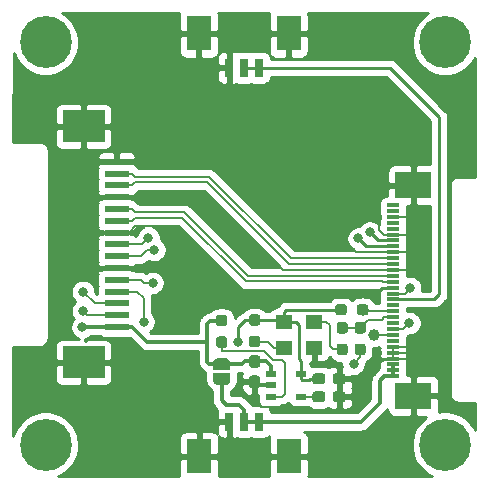
<source format=gbr>
%TF.GenerationSoftware,KiCad,Pcbnew,5.1.12-84ad8e8a86~92~ubuntu18.04.1*%
%TF.CreationDate,2023-10-21T06:49:18+07:00*%
%TF.ProjectId,RPi_FFC_15P-EYECLOUDAI_2MGSMOD_AR0234-ADAPTER,5250695f-4646-4435-9f31-35502d455945,rev?*%
%TF.SameCoordinates,Original*%
%TF.FileFunction,Copper,L1,Top*%
%TF.FilePolarity,Positive*%
%FSLAX46Y46*%
G04 Gerber Fmt 4.6, Leading zero omitted, Abs format (unit mm)*
G04 Created by KiCad (PCBNEW 5.1.12-84ad8e8a86~92~ubuntu18.04.1) date 2023-10-21 06:49:18*
%MOMM*%
%LPD*%
G01*
G04 APERTURE LIST*
%TA.AperFunction,SMDPad,CuDef*%
%ADD10C,0.100000*%
%TD*%
%TA.AperFunction,SMDPad,CuDef*%
%ADD11R,0.952500X0.508000*%
%TD*%
%TA.AperFunction,SMDPad,CuDef*%
%ADD12R,2.000000X0.610000*%
%TD*%
%TA.AperFunction,SMDPad,CuDef*%
%ADD13R,3.600000X2.680000*%
%TD*%
%TA.AperFunction,SMDPad,CuDef*%
%ADD14R,1.100000X0.300000*%
%TD*%
%TA.AperFunction,SMDPad,CuDef*%
%ADD15R,3.100000X2.300000*%
%TD*%
%TA.AperFunction,SMDPad,CuDef*%
%ADD16R,1.400000X1.200000*%
%TD*%
%TA.AperFunction,SMDPad,CuDef*%
%ADD17R,2.100000X3.000000*%
%TD*%
%TA.AperFunction,SMDPad,CuDef*%
%ADD18R,0.800000X1.600000*%
%TD*%
%TA.AperFunction,ComponentPad*%
%ADD19C,4.400000*%
%TD*%
%TA.AperFunction,ViaPad*%
%ADD20C,0.800000*%
%TD*%
%TA.AperFunction,ViaPad*%
%ADD21C,1.000000*%
%TD*%
%TA.AperFunction,Conductor*%
%ADD22C,0.200000*%
%TD*%
%TA.AperFunction,Conductor*%
%ADD23C,0.250000*%
%TD*%
%TA.AperFunction,Conductor*%
%ADD24C,0.350000*%
%TD*%
%TA.AperFunction,Conductor*%
%ADD25C,0.300000*%
%TD*%
%TA.AperFunction,Conductor*%
%ADD26C,0.254000*%
%TD*%
%TA.AperFunction,Conductor*%
%ADD27C,0.100000*%
%TD*%
G04 APERTURE END LIST*
%TO.P,R10,2*%
%TO.N,/CSI_PWDN_1V8*%
%TA.AperFunction,SMDPad,CuDef*%
G36*
G01*
X131438200Y-102294700D02*
X131438200Y-101819700D01*
G75*
G02*
X131675700Y-101582200I237500J0D01*
G01*
X132175700Y-101582200D01*
G75*
G02*
X132413200Y-101819700I0J-237500D01*
G01*
X132413200Y-102294700D01*
G75*
G02*
X132175700Y-102532200I-237500J0D01*
G01*
X131675700Y-102532200D01*
G75*
G02*
X131438200Y-102294700I0J237500D01*
G01*
G37*
%TD.AperFunction*%
%TO.P,R10,1*%
%TO.N,+1V8*%
%TA.AperFunction,SMDPad,CuDef*%
G36*
G01*
X129613200Y-102294700D02*
X129613200Y-101819700D01*
G75*
G02*
X129850700Y-101582200I237500J0D01*
G01*
X130350700Y-101582200D01*
G75*
G02*
X130588200Y-101819700I0J-237500D01*
G01*
X130588200Y-102294700D01*
G75*
G02*
X130350700Y-102532200I-237500J0D01*
G01*
X129850700Y-102532200D01*
G75*
G02*
X129613200Y-102294700I0J237500D01*
G01*
G37*
%TD.AperFunction*%
%TD*%
%TO.P,R5,2*%
%TO.N,Net-(R5-Pad2)*%
%TA.AperFunction,SMDPad,CuDef*%
G36*
G01*
X119752100Y-104311000D02*
X120227100Y-104311000D01*
G75*
G02*
X120464600Y-104548500I0J-237500D01*
G01*
X120464600Y-105048500D01*
G75*
G02*
X120227100Y-105286000I-237500J0D01*
G01*
X119752100Y-105286000D01*
G75*
G02*
X119514600Y-105048500I0J237500D01*
G01*
X119514600Y-104548500D01*
G75*
G02*
X119752100Y-104311000I237500J0D01*
G01*
G37*
%TD.AperFunction*%
%TO.P,R5,1*%
%TO.N,+3V3*%
%TA.AperFunction,SMDPad,CuDef*%
G36*
G01*
X119752100Y-102486000D02*
X120227100Y-102486000D01*
G75*
G02*
X120464600Y-102723500I0J-237500D01*
G01*
X120464600Y-103223500D01*
G75*
G02*
X120227100Y-103461000I-237500J0D01*
G01*
X119752100Y-103461000D01*
G75*
G02*
X119514600Y-103223500I0J237500D01*
G01*
X119514600Y-102723500D01*
G75*
G02*
X119752100Y-102486000I237500J0D01*
G01*
G37*
%TD.AperFunction*%
%TD*%
%TA.AperFunction,SMDPad,CuDef*%
D10*
%TO.P,JP1,2*%
%TO.N,+3V3*%
G36*
X119240202Y-106639600D02*
G01*
X119240202Y-106615066D01*
X119245012Y-106566235D01*
X119254584Y-106518110D01*
X119268828Y-106471155D01*
X119287605Y-106425822D01*
X119310736Y-106382549D01*
X119337996Y-106341750D01*
X119369124Y-106303821D01*
X119403821Y-106269124D01*
X119441750Y-106237996D01*
X119482549Y-106210736D01*
X119525822Y-106187605D01*
X119571155Y-106168828D01*
X119618110Y-106154584D01*
X119666235Y-106145012D01*
X119715066Y-106140202D01*
X119739600Y-106140202D01*
X119739600Y-106139600D01*
X120239600Y-106139600D01*
X120239600Y-106140202D01*
X120264134Y-106140202D01*
X120312965Y-106145012D01*
X120361090Y-106154584D01*
X120408045Y-106168828D01*
X120453378Y-106187605D01*
X120496651Y-106210736D01*
X120537450Y-106237996D01*
X120575379Y-106269124D01*
X120610076Y-106303821D01*
X120641204Y-106341750D01*
X120668464Y-106382549D01*
X120691595Y-106425822D01*
X120710372Y-106471155D01*
X120724616Y-106518110D01*
X120734188Y-106566235D01*
X120738998Y-106615066D01*
X120738998Y-106639600D01*
X120739600Y-106639600D01*
X120739600Y-107139600D01*
X119239600Y-107139600D01*
X119239600Y-106639600D01*
X119240202Y-106639600D01*
G37*
%TD.AperFunction*%
%TA.AperFunction,SMDPad,CuDef*%
%TO.P,JP1,1*%
%TO.N,+5V*%
G36*
X120739600Y-107439600D02*
G01*
X120739600Y-107939600D01*
X120738998Y-107939600D01*
X120738998Y-107964134D01*
X120734188Y-108012965D01*
X120724616Y-108061090D01*
X120710372Y-108108045D01*
X120691595Y-108153378D01*
X120668464Y-108196651D01*
X120641204Y-108237450D01*
X120610076Y-108275379D01*
X120575379Y-108310076D01*
X120537450Y-108341204D01*
X120496651Y-108368464D01*
X120453378Y-108391595D01*
X120408045Y-108410372D01*
X120361090Y-108424616D01*
X120312965Y-108434188D01*
X120264134Y-108438998D01*
X120239600Y-108438998D01*
X120239600Y-108439600D01*
X119739600Y-108439600D01*
X119739600Y-108438998D01*
X119715066Y-108438998D01*
X119666235Y-108434188D01*
X119618110Y-108424616D01*
X119571155Y-108410372D01*
X119525822Y-108391595D01*
X119482549Y-108368464D01*
X119441750Y-108341204D01*
X119403821Y-108310076D01*
X119369124Y-108275379D01*
X119337996Y-108237450D01*
X119310736Y-108196651D01*
X119287605Y-108153378D01*
X119268828Y-108108045D01*
X119254584Y-108061090D01*
X119245012Y-108012965D01*
X119240202Y-107964134D01*
X119240202Y-107939600D01*
X119239600Y-107939600D01*
X119239600Y-107439600D01*
X120739600Y-107439600D01*
G37*
%TD.AperFunction*%
%TD*%
D11*
%TO.P,U1,5*%
%TO.N,+1V8*%
X126701550Y-107507999D03*
%TO.P,U1,4*%
%TO.N,Net-(C2-Pad1)*%
X126701550Y-109408001D03*
%TO.P,U1,3*%
%TO.N,Net-(R5-Pad2)*%
X124148850Y-109408001D03*
%TO.P,U1,2*%
%TO.N,GND*%
X124148850Y-108458000D03*
%TO.P,U1,1*%
%TO.N,+3V3*%
X124148850Y-107507999D03*
%TD*%
D12*
%TO.P,J1,15*%
%TO.N,+3V3*%
X111099600Y-103520000D03*
%TO.P,J1,14*%
%TO.N,/I2C_SDA_3V3*%
X111099600Y-102520000D03*
%TO.P,J1,13*%
%TO.N,/I2C_SCL_3V3*%
X111099600Y-101520000D03*
%TO.P,J1,12*%
%TO.N,/MCLK_JETSON*%
X111099600Y-100520000D03*
%TO.P,J1,11*%
%TO.N,/CSI_GPIO_3V3*%
X111099600Y-99520000D03*
%TO.P,J1,10*%
%TO.N,GND*%
X111099600Y-98520000D03*
%TO.P,J1,9*%
%TO.N,/CSI_CLK_P*%
X111099600Y-97520000D03*
%TO.P,J1,8*%
%TO.N,/CSI_CLK_N*%
X111099600Y-96520000D03*
%TO.P,J1,7*%
%TO.N,GND*%
X111099600Y-95520000D03*
%TO.P,J1,1*%
X111099600Y-89520000D03*
%TO.P,J1,2*%
%TO.N,/CSI_D0_N*%
X111099600Y-90520000D03*
D13*
%TO.P,J1,S1*%
%TO.N,GND*%
X108299600Y-86530000D03*
%TO.P,J1,S2*%
X108299600Y-106510000D03*
D12*
%TO.P,J1,3*%
%TO.N,/CSI_D0_P*%
X111099600Y-91520000D03*
%TO.P,J1,6*%
%TO.N,/CSI_D1_P*%
X111099600Y-94520000D03*
%TO.P,J1,4*%
%TO.N,GND*%
X111099600Y-92520000D03*
%TO.P,J1,5*%
%TO.N,/CSI_D1_N*%
X111099600Y-93520000D03*
%TD*%
D14*
%TO.P,J2,30*%
%TO.N,/CSI_D3_N*%
X134518400Y-93181600D03*
%TO.P,J2,29*%
%TO.N,/CSI_D3_P*%
X134518400Y-93681600D03*
%TO.P,J2,28*%
%TO.N,GND*%
X134518400Y-94181600D03*
%TO.P,J2,27*%
%TO.N,/CSI_D2_N*%
X134518400Y-94681600D03*
%TO.P,J2,26*%
%TO.N,/CSI_D2_P*%
X134518400Y-95181600D03*
%TO.P,J2,25*%
%TO.N,GND*%
X134518400Y-95681600D03*
%TO.P,J2,24*%
%TO.N,/CSI_CLK_N*%
X134518400Y-96181600D03*
%TO.P,J2,23*%
%TO.N,/CSI_CLK_P*%
X134518400Y-96681600D03*
%TO.P,J2,22*%
%TO.N,GND*%
X134518400Y-97181600D03*
%TO.P,J2,21*%
%TO.N,/CSI_D0_N*%
X134518400Y-97681600D03*
%TO.P,J2,20*%
%TO.N,/CSI_D0_P*%
X134518400Y-98181600D03*
%TO.P,J2,19*%
%TO.N,GND*%
X134518400Y-98681600D03*
%TO.P,J2,18*%
%TO.N,/CSI_D1_N*%
X134518400Y-99181600D03*
%TO.P,J2,17*%
%TO.N,/CSI_D1_P*%
X134518400Y-99681600D03*
%TO.P,J2,16*%
%TO.N,GND*%
X134518400Y-100181600D03*
%TO.P,J2,15*%
%TO.N,/I2C_SDA_1V8*%
X134518400Y-100681600D03*
%TO.P,J2,14*%
%TO.N,/TRIGGER*%
X134518400Y-101181600D03*
%TO.P,J2,13*%
%TO.N,Net-(J2-Pad13)*%
X134518400Y-101681600D03*
%TO.P,J2,12*%
%TO.N,/CSI_PWDN_1V8*%
X134518400Y-102181600D03*
%TO.P,J2,11*%
%TO.N,/CSI_MCLK_1V8*%
X134518400Y-102681600D03*
%TO.P,J2,10*%
%TO.N,Net-(J2-Pad10)*%
X134518400Y-103181600D03*
%TO.P,J2,9*%
%TO.N,/I2C_SCL_1V8*%
X134518400Y-103681600D03*
%TO.P,J2,8*%
%TO.N,/CSI_nRST_1V8*%
X134518400Y-104181600D03*
%TO.P,J2,7*%
%TO.N,Net-(J2-Pad7)*%
X134518400Y-104681600D03*
D15*
%TO.P,J2,S1*%
%TO.N,GND*%
X136218400Y-109351600D03*
%TO.P,J2,S2*%
X136218400Y-91511600D03*
D14*
%TO.P,J2,6*%
X134518400Y-105181600D03*
%TO.P,J2,5*%
X134518400Y-105681600D03*
%TO.P,J2,4*%
X134518400Y-106181600D03*
%TO.P,J2,3*%
%TO.N,+5V*%
X134518400Y-106681600D03*
%TO.P,J2,2*%
X134518400Y-107181600D03*
%TO.P,J2,1*%
X134518400Y-107681600D03*
%TD*%
D16*
%TO.P,X1,4*%
%TO.N,+1V8*%
X125272800Y-103090800D03*
%TO.P,X1,3*%
%TO.N,/MCLK_OSC*%
X127812800Y-103090800D03*
%TO.P,X1,2*%
%TO.N,GND*%
X127812800Y-105290800D03*
%TO.P,X1,1*%
%TO.N,Net-(R1-Pad1)*%
X125272800Y-105290800D03*
%TD*%
%TO.P,R3,2*%
%TO.N,/MCLK_JETSON*%
%TA.AperFunction,SMDPad,CuDef*%
G36*
G01*
X131486900Y-104920600D02*
X131961900Y-104920600D01*
G75*
G02*
X132199400Y-105158100I0J-237500D01*
G01*
X132199400Y-105658100D01*
G75*
G02*
X131961900Y-105895600I-237500J0D01*
G01*
X131486900Y-105895600D01*
G75*
G02*
X131249400Y-105658100I0J237500D01*
G01*
X131249400Y-105158100D01*
G75*
G02*
X131486900Y-104920600I237500J0D01*
G01*
G37*
%TD.AperFunction*%
%TO.P,R3,1*%
%TO.N,/CSI_MCLK_1V8*%
%TA.AperFunction,SMDPad,CuDef*%
G36*
G01*
X131486900Y-103095600D02*
X131961900Y-103095600D01*
G75*
G02*
X132199400Y-103333100I0J-237500D01*
G01*
X132199400Y-103833100D01*
G75*
G02*
X131961900Y-104070600I-237500J0D01*
G01*
X131486900Y-104070600D01*
G75*
G02*
X131249400Y-103833100I0J237500D01*
G01*
X131249400Y-103333100D01*
G75*
G02*
X131486900Y-103095600I237500J0D01*
G01*
G37*
%TD.AperFunction*%
%TD*%
%TO.P,R2,1*%
%TO.N,/CSI_MCLK_1V8*%
%TA.AperFunction,SMDPad,CuDef*%
G36*
G01*
X129962900Y-103095600D02*
X130437900Y-103095600D01*
G75*
G02*
X130675400Y-103333100I0J-237500D01*
G01*
X130675400Y-103833100D01*
G75*
G02*
X130437900Y-104070600I-237500J0D01*
G01*
X129962900Y-104070600D01*
G75*
G02*
X129725400Y-103833100I0J237500D01*
G01*
X129725400Y-103333100D01*
G75*
G02*
X129962900Y-103095600I237500J0D01*
G01*
G37*
%TD.AperFunction*%
%TO.P,R2,2*%
%TO.N,/MCLK_OSC*%
%TA.AperFunction,SMDPad,CuDef*%
G36*
G01*
X129962900Y-104920600D02*
X130437900Y-104920600D01*
G75*
G02*
X130675400Y-105158100I0J-237500D01*
G01*
X130675400Y-105658100D01*
G75*
G02*
X130437900Y-105895600I-237500J0D01*
G01*
X129962900Y-105895600D01*
G75*
G02*
X129725400Y-105658100I0J237500D01*
G01*
X129725400Y-105158100D01*
G75*
G02*
X129962900Y-104920600I237500J0D01*
G01*
G37*
%TD.AperFunction*%
%TD*%
%TO.P,R1,2*%
%TO.N,+1V8*%
%TA.AperFunction,SMDPad,CuDef*%
G36*
G01*
X123021100Y-103410200D02*
X122546100Y-103410200D01*
G75*
G02*
X122308600Y-103172700I0J237500D01*
G01*
X122308600Y-102672700D01*
G75*
G02*
X122546100Y-102435200I237500J0D01*
G01*
X123021100Y-102435200D01*
G75*
G02*
X123258600Y-102672700I0J-237500D01*
G01*
X123258600Y-103172700D01*
G75*
G02*
X123021100Y-103410200I-237500J0D01*
G01*
G37*
%TD.AperFunction*%
%TO.P,R1,1*%
%TO.N,Net-(R1-Pad1)*%
%TA.AperFunction,SMDPad,CuDef*%
G36*
G01*
X123021100Y-105235200D02*
X122546100Y-105235200D01*
G75*
G02*
X122308600Y-104997700I0J237500D01*
G01*
X122308600Y-104497700D01*
G75*
G02*
X122546100Y-104260200I237500J0D01*
G01*
X123021100Y-104260200D01*
G75*
G02*
X123258600Y-104497700I0J-237500D01*
G01*
X123258600Y-104997700D01*
G75*
G02*
X123021100Y-105235200I-237500J0D01*
G01*
G37*
%TD.AperFunction*%
%TD*%
%TO.P,C3,2*%
%TO.N,GND*%
%TA.AperFunction,SMDPad,CuDef*%
G36*
G01*
X129407800Y-108136700D02*
X129407800Y-107661700D01*
G75*
G02*
X129645300Y-107424200I237500J0D01*
G01*
X130245300Y-107424200D01*
G75*
G02*
X130482800Y-107661700I0J-237500D01*
G01*
X130482800Y-108136700D01*
G75*
G02*
X130245300Y-108374200I-237500J0D01*
G01*
X129645300Y-108374200D01*
G75*
G02*
X129407800Y-108136700I0J237500D01*
G01*
G37*
%TD.AperFunction*%
%TO.P,C3,1*%
%TO.N,+1V8*%
%TA.AperFunction,SMDPad,CuDef*%
G36*
G01*
X127682800Y-108136700D02*
X127682800Y-107661700D01*
G75*
G02*
X127920300Y-107424200I237500J0D01*
G01*
X128520300Y-107424200D01*
G75*
G02*
X128757800Y-107661700I0J-237500D01*
G01*
X128757800Y-108136700D01*
G75*
G02*
X128520300Y-108374200I-237500J0D01*
G01*
X127920300Y-108374200D01*
G75*
G02*
X127682800Y-108136700I0J237500D01*
G01*
G37*
%TD.AperFunction*%
%TD*%
%TO.P,C2,2*%
%TO.N,GND*%
%TA.AperFunction,SMDPad,CuDef*%
G36*
G01*
X129407800Y-109660700D02*
X129407800Y-109185700D01*
G75*
G02*
X129645300Y-108948200I237500J0D01*
G01*
X130245300Y-108948200D01*
G75*
G02*
X130482800Y-109185700I0J-237500D01*
G01*
X130482800Y-109660700D01*
G75*
G02*
X130245300Y-109898200I-237500J0D01*
G01*
X129645300Y-109898200D01*
G75*
G02*
X129407800Y-109660700I0J237500D01*
G01*
G37*
%TD.AperFunction*%
%TO.P,C2,1*%
%TO.N,Net-(C2-Pad1)*%
%TA.AperFunction,SMDPad,CuDef*%
G36*
G01*
X127682800Y-109660700D02*
X127682800Y-109185700D01*
G75*
G02*
X127920300Y-108948200I237500J0D01*
G01*
X128520300Y-108948200D01*
G75*
G02*
X128757800Y-109185700I0J-237500D01*
G01*
X128757800Y-109660700D01*
G75*
G02*
X128520300Y-109898200I-237500J0D01*
G01*
X127920300Y-109898200D01*
G75*
G02*
X127682800Y-109660700I0J237500D01*
G01*
G37*
%TD.AperFunction*%
%TD*%
%TO.P,C1,2*%
%TO.N,GND*%
%TA.AperFunction,SMDPad,CuDef*%
G36*
G01*
X122546100Y-107614600D02*
X123021100Y-107614600D01*
G75*
G02*
X123258600Y-107852100I0J-237500D01*
G01*
X123258600Y-108452100D01*
G75*
G02*
X123021100Y-108689600I-237500J0D01*
G01*
X122546100Y-108689600D01*
G75*
G02*
X122308600Y-108452100I0J237500D01*
G01*
X122308600Y-107852100D01*
G75*
G02*
X122546100Y-107614600I237500J0D01*
G01*
G37*
%TD.AperFunction*%
%TO.P,C1,1*%
%TO.N,+3V3*%
%TA.AperFunction,SMDPad,CuDef*%
G36*
G01*
X122546100Y-105889600D02*
X123021100Y-105889600D01*
G75*
G02*
X123258600Y-106127100I0J-237500D01*
G01*
X123258600Y-106727100D01*
G75*
G02*
X123021100Y-106964600I-237500J0D01*
G01*
X122546100Y-106964600D01*
G75*
G02*
X122308600Y-106727100I0J237500D01*
G01*
X122308600Y-106127100D01*
G75*
G02*
X122546100Y-105889600I237500J0D01*
G01*
G37*
%TD.AperFunction*%
%TD*%
D17*
%TO.P,P2,P2*%
%TO.N,GND*%
X125679200Y-114452400D03*
%TO.P,P2,P1*%
X118079200Y-114452400D03*
D18*
%TO.P,P2,3*%
%TO.N,+5V*%
X123129200Y-111552400D03*
%TO.P,P2,2*%
X121879200Y-111552400D03*
%TO.P,P2,1*%
%TO.N,GND*%
X120629200Y-111552400D03*
%TD*%
D17*
%TO.P,P1,P2*%
%TO.N,GND*%
X118069200Y-78659400D03*
%TO.P,P1,P1*%
X125669200Y-78659400D03*
D18*
%TO.P,P1,3*%
X120619200Y-81559400D03*
%TO.P,P1,2*%
%TO.N,/TRIGGER*%
X121869200Y-81559400D03*
%TO.P,P1,1*%
X123119200Y-81559400D03*
%TD*%
D19*
%TO.P,H4,1*%
%TO.N,N/C*%
X138917680Y-79413100D03*
%TD*%
%TO.P,H3,1*%
%TO.N,N/C*%
X138917680Y-113489740D03*
%TD*%
%TO.P,H2,1*%
%TO.N,N/C*%
X105079800Y-113489740D03*
%TD*%
%TO.P,H1,1*%
%TO.N,N/C*%
X105079800Y-79413100D03*
%TD*%
D20*
%TO.N,GND*%
X125679200Y-78587600D03*
X117957600Y-78587600D03*
X118059200Y-114401600D03*
X125628400Y-114350800D03*
X108305600Y-106476800D03*
X108356400Y-86410800D03*
X136194800Y-109321600D03*
X136245600Y-91490800D03*
X122783600Y-109474000D03*
X136218400Y-94108800D03*
X136218400Y-95582000D03*
X136218400Y-97204000D03*
X136218400Y-98630000D03*
X136144000Y-105714800D03*
X109220000Y-92557600D03*
X109220000Y-95491300D03*
X115620800Y-92557600D03*
X109169200Y-98450400D03*
X122834400Y-98094800D03*
X130098800Y-92506800D03*
X131724400Y-109423200D03*
X117703600Y-103733600D03*
X117703600Y-105867200D03*
X117703600Y-108153200D03*
X131724400Y-107899200D03*
X125577600Y-110439200D03*
D21*
%TO.N,/CSI_nRST_1V8*%
X132892800Y-104190800D03*
%TO.N,/CSI_PWDN_1V8*%
X131927600Y-102057200D03*
D20*
%TO.N,/I2C_SDA_1V8*%
X135940800Y-100228400D03*
%TO.N,/I2C_SCL_1V8*%
X135890000Y-103174800D03*
%TO.N,+3V3*%
X108204000Y-103530400D03*
%TO.N,/CSI_CLK_P*%
X114300000Y-96977200D03*
X131572000Y-96012000D03*
%TO.N,/CSI_CLK_N*%
X113792000Y-95961200D03*
X132537200Y-95504000D03*
%TO.N,+1V8*%
X121361200Y-104749600D03*
%TO.N,/I2C_SDA_3V3*%
X108254800Y-102158800D03*
%TO.N,/I2C_SCL_3V3*%
X108254800Y-100533200D03*
%TO.N,/MCLK_JETSON*%
X131165600Y-106629200D03*
X113385600Y-103073200D03*
%TO.N,/CSI_GPIO_3V3*%
X114147600Y-99771200D03*
%TD*%
D22*
%TO.N,GND*%
X117716800Y-92520000D02*
X115353600Y-92520000D01*
X120806400Y-100181600D02*
X117449600Y-96824800D01*
X112112400Y-95520002D02*
X110909100Y-95520002D01*
X112687202Y-94945200D02*
X112112400Y-95520002D01*
X115570000Y-94945200D02*
X112687202Y-94945200D01*
X108824001Y-89520001D02*
X108800900Y-89496900D01*
X110909100Y-89520001D02*
X108824001Y-89520001D01*
X108800900Y-89496900D02*
X108800900Y-88519000D01*
X108902000Y-92520000D02*
X108800900Y-92621100D01*
X110909100Y-92520000D02*
X108902000Y-92520000D01*
X108800900Y-92621100D02*
X108800900Y-89496900D01*
X108807001Y-98520001D02*
X108800900Y-98513900D01*
X110909100Y-98520001D02*
X108807001Y-98520001D01*
X108829602Y-95520002D02*
X108800900Y-95491300D01*
X110909100Y-95520002D02*
X108829602Y-95520002D01*
X108800900Y-95491300D02*
X108800900Y-92621100D01*
X108800900Y-98513900D02*
X108800900Y-95491300D01*
X120629200Y-111552400D02*
X109926800Y-111552400D01*
X109926800Y-111552400D02*
X108800900Y-110426500D01*
X134518400Y-105181600D02*
X134518400Y-106181600D01*
X128727200Y-96824800D02*
X131013200Y-96824800D01*
X131013200Y-96824800D02*
X131370000Y-97181600D01*
X131370000Y-97181600D02*
X134518400Y-97181600D01*
X134601600Y-98677200D02*
X136218400Y-98677200D01*
X134597200Y-98681600D02*
X134601600Y-98677200D01*
X134518400Y-98681600D02*
X134597200Y-98681600D01*
X136196000Y-97181600D02*
X136218400Y-97204000D01*
X134518400Y-97181600D02*
X136196000Y-97181600D01*
X136218400Y-97204000D02*
X136218400Y-97204000D01*
X136216400Y-95681600D02*
X136218400Y-95683600D01*
X134518400Y-95681600D02*
X136216400Y-95681600D01*
X136218400Y-95683600D02*
X136218400Y-97204000D01*
X136145600Y-94181600D02*
X136218400Y-94108800D01*
X134518400Y-94181600D02*
X136145600Y-94181600D01*
X136218400Y-94108800D02*
X136218400Y-95582000D01*
X136218400Y-91511600D02*
X136218400Y-94108800D01*
X133768400Y-95681600D02*
X133350000Y-95263200D01*
X134518400Y-95681600D02*
X133768400Y-95681600D01*
X133350000Y-95263200D02*
X133350000Y-94792800D01*
X133350000Y-94792800D02*
X124155200Y-85598000D01*
X124155200Y-85598000D02*
X121920000Y-85598000D01*
X120619200Y-84297200D02*
X120619200Y-81559400D01*
X121920000Y-85598000D02*
X120619200Y-84297200D01*
X134518400Y-105181600D02*
X136169600Y-105181600D01*
X136185200Y-106181600D02*
X136194800Y-106172000D01*
X134518400Y-106181600D02*
X136185200Y-106181600D01*
X136194800Y-106172000D02*
X136194800Y-109321600D01*
X136194800Y-105206800D02*
X136169600Y-105181600D01*
X136177200Y-105681600D02*
X136194800Y-105664000D01*
X134518400Y-105681600D02*
X136177200Y-105681600D01*
X136194800Y-105664000D02*
X136194800Y-105206800D01*
X136194800Y-106172000D02*
X136194800Y-105664000D01*
D23*
X134518400Y-106181600D02*
X133645200Y-106181600D01*
X133645200Y-106181600D02*
X132334000Y-107492800D01*
D22*
X123089500Y-108458000D02*
X122783600Y-108152100D01*
D24*
X124148850Y-108458000D02*
X123089500Y-108458000D01*
D22*
X127812800Y-105290800D02*
X127812800Y-105290800D01*
X122783600Y-108152100D02*
X122783600Y-108152100D01*
X124968000Y-98450400D02*
X125199200Y-98681600D01*
X123647200Y-98450400D02*
X124968000Y-98450400D01*
X134518400Y-98681600D02*
X125199200Y-98681600D01*
X123647200Y-98450400D02*
X123037600Y-97840800D01*
X136218400Y-94108800D02*
X136218400Y-94108800D01*
X136218400Y-95582000D02*
X136218400Y-95683600D01*
X136218400Y-97204000D02*
X136218400Y-98630000D01*
X136218400Y-98630000D02*
X136218400Y-98677200D01*
X136169600Y-105181600D02*
X136169600Y-105181600D01*
X108800900Y-92621100D02*
X108800900Y-92621100D01*
X108800900Y-95491300D02*
X108800900Y-95491300D01*
X108800900Y-88519000D02*
X108800900Y-88519000D01*
X115353600Y-92520000D02*
X110909100Y-92520000D01*
X122301000Y-90398600D02*
X128727200Y-96824800D01*
X108800900Y-98513900D02*
X108800900Y-98513900D01*
X117449600Y-96824800D02*
X115570000Y-94945200D01*
D23*
X134518400Y-100181600D02*
X133650800Y-100181600D01*
D22*
X119989600Y-100888800D02*
X119227600Y-100126800D01*
X131267200Y-100888800D02*
X119989600Y-100888800D01*
X123037600Y-97840800D02*
X117716800Y-92520000D01*
D24*
X127812800Y-105290800D02*
X127812800Y-106273600D01*
X127812800Y-106273600D02*
X128117600Y-106578400D01*
X128117600Y-106578400D02*
X129489200Y-106578400D01*
X129945300Y-107034500D02*
X129945300Y-107899200D01*
X129489200Y-106578400D02*
X129945300Y-107034500D01*
X131927600Y-107899200D02*
X132334000Y-107492800D01*
X129945300Y-107899200D02*
X131775200Y-107899200D01*
D23*
X131673600Y-100482400D02*
X133299200Y-100482400D01*
X133299200Y-100482400D02*
X133600000Y-100181600D01*
D22*
X131673600Y-100482400D02*
X131267200Y-100888800D01*
D24*
X131775200Y-107899200D02*
X131927600Y-107899200D01*
D22*
X122783600Y-109474000D02*
X122783600Y-109728000D01*
X122783600Y-109728000D02*
X123342400Y-110286800D01*
X123342400Y-110286800D02*
X124612400Y-110286800D01*
X124764800Y-110439200D02*
X125577600Y-110439200D01*
X124612400Y-110286800D02*
X124764800Y-110439200D01*
%TO.N,/CSI_nRST_1V8*%
X132902000Y-104181600D02*
X132892800Y-104190800D01*
X134518400Y-104181600D02*
X132902000Y-104181600D01*
%TO.N,/CSI_PWDN_1V8*%
X134518400Y-102181600D02*
X134084000Y-102181600D01*
X132052000Y-102181600D02*
X131927600Y-102057200D01*
X134518400Y-102181600D02*
X132052000Y-102181600D01*
D25*
%TO.N,+5V*%
X134518400Y-107681600D02*
X134518400Y-107181600D01*
X134518400Y-107181600D02*
X134518400Y-106681600D01*
X121869200Y-111542400D02*
X121879200Y-111552400D01*
D24*
X123129200Y-111552400D02*
X121879200Y-111552400D01*
X123129200Y-111552400D02*
X131830400Y-111552400D01*
X131830400Y-111552400D02*
X133400800Y-109982000D01*
X133400800Y-109982000D02*
X133400800Y-108051600D01*
D25*
X133770800Y-107681600D02*
X134518400Y-107681600D01*
D24*
X133400800Y-108051600D02*
X133770800Y-107681600D01*
X119989600Y-107939600D02*
X119989600Y-109728000D01*
X119989600Y-109728000D02*
X120345200Y-110083600D01*
X120345200Y-110083600D02*
X121462800Y-110083600D01*
X121879200Y-110500000D02*
X121462800Y-110083600D01*
X121879200Y-111552400D02*
X121879200Y-110500000D01*
D23*
%TO.N,/TRIGGER*%
X121869200Y-81559400D02*
X123119200Y-81559400D01*
X136664000Y-101181600D02*
X134518400Y-101181600D01*
X137984800Y-101181600D02*
X136664000Y-101181600D01*
X138430000Y-85750400D02*
X138430000Y-100736400D01*
X134239000Y-81559400D02*
X138430000Y-85750400D01*
X138430000Y-100736400D02*
X137984800Y-101181600D01*
X123119200Y-81559400D02*
X134239000Y-81559400D01*
D22*
%TO.N,/CSI_MCLK_1V8*%
X131724400Y-103583100D02*
X131722500Y-103583100D01*
X134300400Y-102681600D02*
X134250401Y-102731599D01*
X134518400Y-102681600D02*
X134300400Y-102681600D01*
X133778398Y-102681600D02*
X134518400Y-102681600D01*
X133527999Y-102931999D02*
X133778398Y-102681600D01*
X132375501Y-102931999D02*
X133527999Y-102931999D01*
X131724400Y-103583100D02*
X132375501Y-102931999D01*
X130200400Y-103583100D02*
X131724400Y-103583100D01*
%TO.N,/I2C_SDA_1V8*%
X135487600Y-100681600D02*
X135940800Y-100228400D01*
X134518400Y-100681600D02*
X135487600Y-100681600D01*
%TO.N,/I2C_SCL_1V8*%
X135383200Y-103681600D02*
X135890000Y-103174800D01*
X134518400Y-103681600D02*
X135383200Y-103681600D01*
%TO.N,+3V3*%
X108214400Y-103520000D02*
X108204000Y-103530400D01*
D25*
X111099600Y-103520000D02*
X108214400Y-103520000D01*
X122783600Y-106427100D02*
X122683100Y-106427100D01*
X122683100Y-106427100D02*
X122683100Y-106411208D01*
X122783600Y-106427100D02*
X121969700Y-106427100D01*
X121757200Y-106639600D02*
X119989600Y-106639600D01*
X121969700Y-106427100D02*
X121757200Y-106639600D01*
X122783600Y-106427100D02*
X122783600Y-106783734D01*
X124148850Y-107507999D02*
X124148850Y-106826050D01*
X123749900Y-106427100D02*
X122783600Y-106427100D01*
X124148850Y-106826050D02*
X123749900Y-106427100D01*
X112410000Y-103520000D02*
X111099600Y-103520000D01*
X113688500Y-104798500D02*
X112410000Y-103520000D01*
X119989600Y-102973500D02*
X119378100Y-102973500D01*
X119989600Y-106639600D02*
X119288800Y-106639600D01*
X119989600Y-106639600D02*
X118933200Y-106639600D01*
X118933200Y-106639600D02*
X118770400Y-106476800D01*
X118770400Y-103229400D02*
X119026300Y-102973500D01*
X119989600Y-102973500D02*
X119026300Y-102973500D01*
X118666900Y-104798500D02*
X118770400Y-104902000D01*
X113688500Y-104798500D02*
X118666900Y-104798500D01*
X118770400Y-104902000D02*
X118770400Y-103229400D01*
X118770400Y-106476800D02*
X118770400Y-104902000D01*
D23*
%TO.N,/CSI_CLK_P*%
X134518400Y-96681600D02*
X132241600Y-96681600D01*
X132241600Y-96681600D02*
X131572000Y-96012000D01*
X131572000Y-96012000D02*
X131572000Y-96012000D01*
D22*
X113690400Y-96977200D02*
X114300000Y-96977200D01*
X113147599Y-97520001D02*
X113690400Y-96977200D01*
X112299600Y-97520000D02*
X111099600Y-97520000D01*
X113147599Y-97520001D02*
X112299600Y-97520000D01*
D23*
%TO.N,/CSI_CLK_N*%
X113792000Y-95961200D02*
X113792000Y-95961200D01*
X134518400Y-96181600D02*
X133214800Y-96181600D01*
X133214800Y-96181600D02*
X132537200Y-95504000D01*
X132537200Y-95504000D02*
X132537200Y-95504000D01*
D22*
X113233200Y-96520000D02*
X110909100Y-96520000D01*
X113792000Y-95961200D02*
X113233200Y-96520000D01*
%TO.N,/CSI_D1_P*%
X112414051Y-94520001D02*
X112689051Y-94245001D01*
X133693399Y-99681600D02*
X134518400Y-99681600D01*
X122046000Y-99656600D02*
X133668399Y-99656600D01*
X133668399Y-99656600D02*
X133693399Y-99681600D01*
X116634401Y-94245001D02*
X122046000Y-99656600D01*
X112689051Y-94245001D02*
X116634401Y-94245001D01*
X112299600Y-94520000D02*
X111099600Y-94520000D01*
X112414051Y-94520001D02*
X112299600Y-94520000D01*
%TO.N,/CSI_D1_N*%
X112689051Y-93795001D02*
X116820801Y-93795001D01*
X133693399Y-99181600D02*
X134518400Y-99181600D01*
X112414051Y-93520001D02*
X112689051Y-93795001D01*
X122232400Y-99206600D02*
X133668399Y-99206600D01*
X116820801Y-93795001D02*
X122232400Y-99206600D01*
X133668399Y-99206600D02*
X133693399Y-99181600D01*
X112299600Y-93520000D02*
X111099600Y-93520000D01*
X112414051Y-93520001D02*
X112299600Y-93520000D01*
%TO.N,/CSI_D0_P*%
X133693399Y-98181600D02*
X134518400Y-98181600D01*
X133668399Y-98156600D02*
X133693399Y-98181600D01*
X118765201Y-91245001D02*
X125676800Y-98156600D01*
X125676800Y-98156600D02*
X133668399Y-98156600D01*
X112689050Y-91245001D02*
X118765201Y-91245001D01*
X112414051Y-91520000D02*
X112689050Y-91245001D01*
X112414051Y-91520000D02*
X111099600Y-91520000D01*
%TO.N,/CSI_D0_N*%
X125863200Y-97706600D02*
X133668399Y-97706600D01*
X112689050Y-90795001D02*
X118951601Y-90795001D01*
X118951601Y-90795001D02*
X125863200Y-97706600D01*
X112414051Y-90520002D02*
X112689050Y-90795001D01*
X133668399Y-97706600D02*
X133693399Y-97681600D01*
X133693399Y-97681600D02*
X134518400Y-97681600D01*
X111099602Y-90520002D02*
X111099600Y-90520000D01*
X112414051Y-90520002D02*
X111099602Y-90520002D01*
%TO.N,Net-(C2-Pad1)*%
X128205101Y-109408001D02*
X128220300Y-109423200D01*
X126701550Y-109408001D02*
X128205101Y-109408001D01*
D23*
%TO.N,+1V8*%
X125272800Y-103405798D02*
X125272800Y-103090800D01*
X125104700Y-102922700D02*
X125272800Y-103090800D01*
X122783600Y-102922700D02*
X125104700Y-102922700D01*
X126255600Y-103090800D02*
X125272800Y-103090800D01*
X126542800Y-103378000D02*
X126255600Y-103090800D01*
X126542800Y-106222800D02*
X126542800Y-103378000D01*
X126701550Y-106381550D02*
X126542800Y-106222800D01*
X126701550Y-107507999D02*
X126701550Y-106381550D01*
X122783600Y-102922700D02*
X121968900Y-102922700D01*
X121968900Y-102922700D02*
X121361200Y-103530400D01*
X121361200Y-103530400D02*
X121361200Y-104749600D01*
X125272800Y-102260400D02*
X125272800Y-103090800D01*
X125476000Y-102057200D02*
X125272800Y-102260400D01*
X130100700Y-102057200D02*
X125476000Y-102057200D01*
X128220300Y-107899200D02*
X127508000Y-107899200D01*
X127508000Y-107899200D02*
X127406400Y-108000800D01*
X127406400Y-108000800D02*
X126796800Y-108000800D01*
X126701550Y-107905550D02*
X126701550Y-107507999D01*
X126796800Y-108000800D02*
X126701550Y-107905550D01*
D22*
%TO.N,Net-(R1-Pad1)*%
X125272800Y-105290800D02*
X124442400Y-105290800D01*
X123899300Y-104747700D02*
X122783600Y-104747700D01*
X124442400Y-105290800D02*
X123899300Y-104747700D01*
%TO.N,/I2C_SDA_3V3*%
X108616001Y-102520001D02*
X108254800Y-102158800D01*
X111099600Y-102520000D02*
X108616001Y-102520001D01*
%TO.N,/I2C_SCL_3V3*%
X109241600Y-101520000D02*
X108254800Y-100533200D01*
X109241600Y-101520000D02*
X111099600Y-101520000D01*
%TO.N,/MCLK_JETSON*%
X111099602Y-100520002D02*
X111099600Y-100520000D01*
X112813602Y-100520002D02*
X111099602Y-100520002D01*
X113385600Y-101092000D02*
X112813602Y-100520002D01*
X113385600Y-102108000D02*
X113385600Y-101092000D01*
X113385600Y-102108000D02*
X113385600Y-103073200D01*
X131724400Y-106070400D02*
X131165600Y-106629200D01*
X131724400Y-105408100D02*
X131724400Y-106070400D01*
%TO.N,/CSI_GPIO_3V3*%
X111099602Y-99520002D02*
X111099600Y-99520000D01*
X114147600Y-99771200D02*
X113436400Y-99771200D01*
X113185200Y-99520000D02*
X111099600Y-99520000D01*
X113436400Y-99771200D02*
X113185200Y-99520000D01*
%TO.N,/MCLK_OSC*%
X130200400Y-105408100D02*
X130202300Y-105408100D01*
X127812800Y-103090800D02*
X128846400Y-103090800D01*
X128846400Y-103090800D02*
X129133600Y-103378000D01*
X129133600Y-103378000D02*
X129133600Y-105105200D01*
X129436500Y-105408100D02*
X130200400Y-105408100D01*
X129133600Y-105105200D02*
X129436500Y-105408100D01*
%TO.N,Net-(R5-Pad2)*%
X124800401Y-109408001D02*
X124148850Y-109408001D01*
X124358400Y-106324400D02*
X125120400Y-106324400D01*
X123569210Y-105535210D02*
X124358400Y-106324400D01*
X120064010Y-105535210D02*
X123569210Y-105535210D01*
X119989600Y-105460800D02*
X120064010Y-105535210D01*
X119989600Y-104798500D02*
X119989600Y-105460800D01*
X125374400Y-109169200D02*
X125135599Y-109408001D01*
X125374400Y-106578400D02*
X125374400Y-109169200D01*
X125135599Y-109408001D02*
X124148850Y-109408001D01*
X125120400Y-106324400D02*
X125374400Y-106578400D01*
%TD*%
D26*
%TO.N,GND*%
X116419220Y-76949762D02*
X116393388Y-77034918D01*
X116381128Y-77159400D01*
X116384200Y-78373650D01*
X116542950Y-78532400D01*
X117942200Y-78532400D01*
X117942200Y-78512400D01*
X118196200Y-78512400D01*
X118196200Y-78532400D01*
X119595450Y-78532400D01*
X119754200Y-78373650D01*
X119757272Y-77159400D01*
X119745012Y-77034918D01*
X119719255Y-76950007D01*
X124019048Y-76950327D01*
X123993388Y-77034918D01*
X123981128Y-77159400D01*
X123984200Y-78373650D01*
X124142950Y-78532400D01*
X125542200Y-78532400D01*
X125542200Y-78512400D01*
X125796200Y-78512400D01*
X125796200Y-78532400D01*
X127195450Y-78532400D01*
X127354200Y-78373650D01*
X127357272Y-77159400D01*
X127345012Y-77034918D01*
X127319426Y-76950572D01*
X137499115Y-76951330D01*
X137110473Y-77211012D01*
X136715592Y-77605893D01*
X136405336Y-78070224D01*
X136191628Y-78586161D01*
X136082680Y-79133877D01*
X136082680Y-79692323D01*
X136191628Y-80240039D01*
X136405336Y-80755976D01*
X136715592Y-81220307D01*
X137110473Y-81615188D01*
X137574804Y-81925444D01*
X138090741Y-82139152D01*
X138638457Y-82248100D01*
X139196903Y-82248100D01*
X139744619Y-82139152D01*
X140260556Y-81925444D01*
X140724887Y-81615188D01*
X141119768Y-81220307D01*
X141430024Y-80755976D01*
X141453001Y-80700505D01*
X141453000Y-90780000D01*
X139986419Y-90780000D01*
X139954000Y-90776807D01*
X139824617Y-90789550D01*
X139700207Y-90827290D01*
X139585550Y-90888575D01*
X139485052Y-90971052D01*
X139402575Y-91071550D01*
X139341290Y-91186207D01*
X139303550Y-91310617D01*
X139290807Y-91440000D01*
X139294000Y-91472418D01*
X139294001Y-109212971D01*
X139290807Y-109245400D01*
X139303550Y-109374783D01*
X139341290Y-109499193D01*
X139402575Y-109613850D01*
X139485052Y-109714348D01*
X139585550Y-109796825D01*
X139700207Y-109858110D01*
X139824617Y-109895850D01*
X139921581Y-109905400D01*
X139954000Y-109908593D01*
X139986419Y-109905400D01*
X141453000Y-109905400D01*
X141453001Y-112202335D01*
X141430024Y-112146864D01*
X141119768Y-111682533D01*
X140724887Y-111287652D01*
X140260556Y-110977396D01*
X139744619Y-110763688D01*
X139196903Y-110654740D01*
X138638457Y-110654740D01*
X138369276Y-110708284D01*
X138394212Y-110626082D01*
X138406472Y-110501600D01*
X138403400Y-109637350D01*
X138244650Y-109478600D01*
X136345400Y-109478600D01*
X136345400Y-110977850D01*
X136504150Y-111136600D01*
X137333522Y-111138615D01*
X137110473Y-111287652D01*
X136715592Y-111682533D01*
X136405336Y-112146864D01*
X136191628Y-112662801D01*
X136082680Y-113210517D01*
X136082680Y-113768963D01*
X136191628Y-114316679D01*
X136405336Y-114832616D01*
X136715592Y-115296947D01*
X137110473Y-115691828D01*
X137574804Y-116002084D01*
X137844721Y-116113887D01*
X127344025Y-116113101D01*
X127355012Y-116076882D01*
X127367272Y-115952400D01*
X127364200Y-114738150D01*
X127205450Y-114579400D01*
X125806200Y-114579400D01*
X125806200Y-114599400D01*
X125552200Y-114599400D01*
X125552200Y-114579400D01*
X124152950Y-114579400D01*
X123994200Y-114738150D01*
X123991128Y-115952400D01*
X124003388Y-116076882D01*
X124014299Y-116112852D01*
X119744198Y-116112533D01*
X119755012Y-116076882D01*
X119767272Y-115952400D01*
X119764200Y-114738150D01*
X119605450Y-114579400D01*
X118206200Y-114579400D01*
X118206200Y-114599400D01*
X117952200Y-114599400D01*
X117952200Y-114579400D01*
X116552950Y-114579400D01*
X116394200Y-114738150D01*
X116391128Y-115952400D01*
X116403388Y-116076882D01*
X116414127Y-116112283D01*
X106158484Y-116111516D01*
X106422676Y-116002084D01*
X106887007Y-115691828D01*
X107281888Y-115296947D01*
X107592144Y-114832616D01*
X107805852Y-114316679D01*
X107914800Y-113768963D01*
X107914800Y-113210517D01*
X107863458Y-112952400D01*
X116391128Y-112952400D01*
X116394200Y-114166650D01*
X116552950Y-114325400D01*
X117952200Y-114325400D01*
X117952200Y-112476150D01*
X118206200Y-112476150D01*
X118206200Y-114325400D01*
X119605450Y-114325400D01*
X119764200Y-114166650D01*
X119767272Y-112952400D01*
X119755012Y-112827918D01*
X119729814Y-112744852D01*
X119778015Y-112803585D01*
X119874706Y-112882937D01*
X119985020Y-112941902D01*
X120104718Y-112978212D01*
X120229200Y-112990472D01*
X120343450Y-112987400D01*
X120502200Y-112828650D01*
X120502200Y-111679400D01*
X119752950Y-111679400D01*
X119594200Y-111838150D01*
X119591128Y-112352400D01*
X119603388Y-112476882D01*
X119628586Y-112559948D01*
X119580385Y-112501215D01*
X119483694Y-112421863D01*
X119373380Y-112362898D01*
X119253682Y-112326588D01*
X119129200Y-112314328D01*
X118364950Y-112317400D01*
X118206200Y-112476150D01*
X117952200Y-112476150D01*
X117793450Y-112317400D01*
X117029200Y-112314328D01*
X116904718Y-112326588D01*
X116785020Y-112362898D01*
X116674706Y-112421863D01*
X116578015Y-112501215D01*
X116498663Y-112597906D01*
X116439698Y-112708220D01*
X116403388Y-112827918D01*
X116391128Y-112952400D01*
X107863458Y-112952400D01*
X107805852Y-112662801D01*
X107592144Y-112146864D01*
X107281888Y-111682533D01*
X106887007Y-111287652D01*
X106422676Y-110977396D01*
X105906739Y-110763688D01*
X105359023Y-110654740D01*
X104800577Y-110654740D01*
X104252861Y-110763688D01*
X103736924Y-110977396D01*
X103272593Y-111287652D01*
X102877712Y-111682533D01*
X102567456Y-112146864D01*
X102353748Y-112662801D01*
X102338491Y-112739504D01*
X102352240Y-107850000D01*
X105861528Y-107850000D01*
X105873788Y-107974482D01*
X105910098Y-108094180D01*
X105969063Y-108204494D01*
X106048415Y-108301185D01*
X106145106Y-108380537D01*
X106255420Y-108439502D01*
X106375118Y-108475812D01*
X106499600Y-108488072D01*
X108013850Y-108485000D01*
X108172600Y-108326250D01*
X108172600Y-106637000D01*
X108426600Y-106637000D01*
X108426600Y-108326250D01*
X108585350Y-108485000D01*
X110099600Y-108488072D01*
X110224082Y-108475812D01*
X110343780Y-108439502D01*
X110454094Y-108380537D01*
X110550785Y-108301185D01*
X110630137Y-108204494D01*
X110689102Y-108094180D01*
X110725412Y-107974482D01*
X110737672Y-107850000D01*
X110734600Y-106795750D01*
X110575850Y-106637000D01*
X108426600Y-106637000D01*
X108172600Y-106637000D01*
X106023350Y-106637000D01*
X105864600Y-106795750D01*
X105861528Y-107850000D01*
X102352240Y-107850000D01*
X102359746Y-105181000D01*
X104640981Y-105181000D01*
X104673400Y-105184193D01*
X104705819Y-105181000D01*
X104734584Y-105178167D01*
X104802783Y-105171450D01*
X104807562Y-105170000D01*
X105861528Y-105170000D01*
X105864600Y-106224250D01*
X106023350Y-106383000D01*
X108172600Y-106383000D01*
X108172600Y-106363000D01*
X108426600Y-106363000D01*
X108426600Y-106383000D01*
X110575850Y-106383000D01*
X110734600Y-106224250D01*
X110737672Y-105170000D01*
X110725412Y-105045518D01*
X110689102Y-104925820D01*
X110630137Y-104815506D01*
X110550785Y-104718815D01*
X110454094Y-104639463D01*
X110343780Y-104580498D01*
X110224082Y-104544188D01*
X110099600Y-104531928D01*
X108585350Y-104535000D01*
X108426602Y-104693748D01*
X108426602Y-104541399D01*
X108505898Y-104525626D01*
X108694256Y-104447605D01*
X108863774Y-104334337D01*
X108893111Y-104305000D01*
X109683526Y-104305000D01*
X109745106Y-104355537D01*
X109855420Y-104414502D01*
X109975118Y-104450812D01*
X110099600Y-104463072D01*
X112099600Y-104463072D01*
X112224082Y-104450812D01*
X112229125Y-104449282D01*
X113106158Y-105326315D01*
X113130736Y-105356264D01*
X113160684Y-105380842D01*
X113160687Y-105380845D01*
X113173215Y-105391126D01*
X113250267Y-105454362D01*
X113386640Y-105527254D01*
X113534613Y-105572141D01*
X113649939Y-105583500D01*
X113649946Y-105583500D01*
X113688499Y-105587297D01*
X113727052Y-105583500D01*
X117985401Y-105583500D01*
X117985400Y-106438247D01*
X117981603Y-106476800D01*
X117985400Y-106515353D01*
X117985400Y-106515360D01*
X117996759Y-106630686D01*
X118041646Y-106778659D01*
X118114538Y-106915032D01*
X118212636Y-107034564D01*
X118242590Y-107059147D01*
X118350853Y-107167410D01*
X118375436Y-107197364D01*
X118494967Y-107295462D01*
X118609685Y-107356779D01*
X118601528Y-107439600D01*
X118601528Y-107939600D01*
X118603936Y-107964050D01*
X118603936Y-107988609D01*
X118616196Y-108113090D01*
X118635318Y-108209223D01*
X118671627Y-108328919D01*
X118709136Y-108419475D01*
X118768102Y-108529792D01*
X118822558Y-108611291D01*
X118901910Y-108707982D01*
X118971218Y-108777290D01*
X119067909Y-108856642D01*
X119149408Y-108911098D01*
X119179601Y-108927236D01*
X119179601Y-109688202D01*
X119175681Y-109728000D01*
X119189905Y-109872410D01*
X119191321Y-109886788D01*
X119212129Y-109955381D01*
X119237638Y-110039473D01*
X119312851Y-110180189D01*
X119363896Y-110242387D01*
X119414073Y-110303528D01*
X119444983Y-110328895D01*
X119636116Y-110520028D01*
X119603388Y-110627918D01*
X119591128Y-110752400D01*
X119594200Y-111266650D01*
X119752950Y-111425400D01*
X120502200Y-111425400D01*
X120502200Y-111405400D01*
X120756200Y-111405400D01*
X120756200Y-111425400D01*
X120776200Y-111425400D01*
X120776200Y-111679400D01*
X120756200Y-111679400D01*
X120756200Y-112828650D01*
X120914950Y-112987400D01*
X121029200Y-112990472D01*
X121153682Y-112978212D01*
X121254200Y-112947720D01*
X121354718Y-112978212D01*
X121479200Y-112990472D01*
X122279200Y-112990472D01*
X122403682Y-112978212D01*
X122504200Y-112947720D01*
X122604718Y-112978212D01*
X122729200Y-112990472D01*
X123529200Y-112990472D01*
X123653682Y-112978212D01*
X123773380Y-112941902D01*
X123883694Y-112882937D01*
X123980385Y-112803585D01*
X124028586Y-112744852D01*
X124003388Y-112827918D01*
X123991128Y-112952400D01*
X123994200Y-114166650D01*
X124152950Y-114325400D01*
X125552200Y-114325400D01*
X125552200Y-114305400D01*
X125806200Y-114305400D01*
X125806200Y-114325400D01*
X127205450Y-114325400D01*
X127364200Y-114166650D01*
X127367272Y-112952400D01*
X127355012Y-112827918D01*
X127318702Y-112708220D01*
X127259737Y-112597906D01*
X127180385Y-112501215D01*
X127083694Y-112421863D01*
X126973380Y-112362898D01*
X126971738Y-112362400D01*
X131790612Y-112362400D01*
X131830400Y-112366319D01*
X131870188Y-112362400D01*
X131870191Y-112362400D01*
X131989188Y-112350680D01*
X132141873Y-112304363D01*
X132282589Y-112229149D01*
X132405928Y-112127928D01*
X132431300Y-112097012D01*
X133945414Y-110582898D01*
X133976328Y-110557528D01*
X134030363Y-110491685D01*
X134030328Y-110501600D01*
X134042588Y-110626082D01*
X134078898Y-110745780D01*
X134137863Y-110856094D01*
X134217215Y-110952785D01*
X134313906Y-111032137D01*
X134424220Y-111091102D01*
X134543918Y-111127412D01*
X134668400Y-111139672D01*
X135932650Y-111136600D01*
X136091400Y-110977850D01*
X136091400Y-109478600D01*
X136071400Y-109478600D01*
X136071400Y-109224600D01*
X136091400Y-109224600D01*
X136091400Y-107725350D01*
X136345400Y-107725350D01*
X136345400Y-109224600D01*
X138244650Y-109224600D01*
X138403400Y-109065850D01*
X138406472Y-108201600D01*
X138394212Y-108077118D01*
X138357902Y-107957420D01*
X138298937Y-107847106D01*
X138219585Y-107750415D01*
X138122894Y-107671063D01*
X138012580Y-107612098D01*
X137892882Y-107575788D01*
X137768400Y-107563528D01*
X136504150Y-107566600D01*
X136345400Y-107725350D01*
X136091400Y-107725350D01*
X135932650Y-107566600D01*
X135706472Y-107566050D01*
X135706472Y-107531600D01*
X135696623Y-107431600D01*
X135706472Y-107331600D01*
X135706472Y-107031600D01*
X135696623Y-106931600D01*
X135706472Y-106831600D01*
X135706472Y-106531600D01*
X135696245Y-106427759D01*
X135703400Y-106363350D01*
X135671153Y-106331103D01*
X135657902Y-106287420D01*
X135600810Y-106180611D01*
X135653335Y-106086525D01*
X135670837Y-106032413D01*
X135703400Y-105999850D01*
X135695818Y-105931600D01*
X135703400Y-105863350D01*
X135670837Y-105830787D01*
X135653335Y-105776675D01*
X135600258Y-105681600D01*
X135653335Y-105586525D01*
X135670837Y-105532413D01*
X135703400Y-105499850D01*
X135695818Y-105431600D01*
X135703400Y-105363350D01*
X135670837Y-105330787D01*
X135653335Y-105276675D01*
X135600810Y-105182589D01*
X135657902Y-105075780D01*
X135671153Y-105032097D01*
X135703400Y-104999850D01*
X135696245Y-104935441D01*
X135706472Y-104831600D01*
X135706472Y-104531600D01*
X135696623Y-104431600D01*
X135705368Y-104342805D01*
X135793520Y-104295687D01*
X135898173Y-104209800D01*
X135991939Y-104209800D01*
X136191898Y-104170026D01*
X136380256Y-104092005D01*
X136549774Y-103978737D01*
X136693937Y-103834574D01*
X136807205Y-103665056D01*
X136885226Y-103476698D01*
X136925000Y-103276739D01*
X136925000Y-103072861D01*
X136885226Y-102872902D01*
X136807205Y-102684544D01*
X136693937Y-102515026D01*
X136549774Y-102370863D01*
X136380256Y-102257595D01*
X136191898Y-102179574D01*
X135991939Y-102139800D01*
X135788061Y-102139800D01*
X135706472Y-102156029D01*
X135706472Y-102031600D01*
X135697608Y-101941600D01*
X137947478Y-101941600D01*
X137984800Y-101945276D01*
X138022122Y-101941600D01*
X138022133Y-101941600D01*
X138133786Y-101930603D01*
X138277047Y-101887146D01*
X138409076Y-101816574D01*
X138524801Y-101721601D01*
X138548604Y-101692597D01*
X138940997Y-101300204D01*
X138970001Y-101276401D01*
X139044114Y-101186094D01*
X139064974Y-101160677D01*
X139135546Y-101028647D01*
X139143913Y-101001063D01*
X139179003Y-100885386D01*
X139190000Y-100773733D01*
X139190000Y-100773723D01*
X139193676Y-100736400D01*
X139190000Y-100699077D01*
X139190000Y-85787722D01*
X139193676Y-85750399D01*
X139190000Y-85713076D01*
X139190000Y-85713067D01*
X139179003Y-85601414D01*
X139135546Y-85458153D01*
X139064975Y-85326125D01*
X139064974Y-85326123D01*
X138993799Y-85239397D01*
X138970001Y-85210399D01*
X138941004Y-85186602D01*
X134802804Y-81048403D01*
X134779001Y-81019399D01*
X134663276Y-80924426D01*
X134531247Y-80853854D01*
X134387986Y-80810397D01*
X134276333Y-80799400D01*
X134276322Y-80799400D01*
X134239000Y-80795724D01*
X134201678Y-80799400D01*
X124157272Y-80799400D01*
X124157272Y-80759400D01*
X124145012Y-80634918D01*
X124119814Y-80551852D01*
X124168015Y-80610585D01*
X124264706Y-80689937D01*
X124375020Y-80748902D01*
X124494718Y-80785212D01*
X124619200Y-80797472D01*
X125383450Y-80794400D01*
X125542200Y-80635650D01*
X125542200Y-78786400D01*
X125796200Y-78786400D01*
X125796200Y-80635650D01*
X125954950Y-80794400D01*
X126719200Y-80797472D01*
X126843682Y-80785212D01*
X126963380Y-80748902D01*
X127073694Y-80689937D01*
X127170385Y-80610585D01*
X127249737Y-80513894D01*
X127308702Y-80403580D01*
X127345012Y-80283882D01*
X127357272Y-80159400D01*
X127354200Y-78945150D01*
X127195450Y-78786400D01*
X125796200Y-78786400D01*
X125542200Y-78786400D01*
X124142950Y-78786400D01*
X123984200Y-78945150D01*
X123981128Y-80159400D01*
X123993388Y-80283882D01*
X124018586Y-80366948D01*
X123970385Y-80308215D01*
X123873694Y-80228863D01*
X123763380Y-80169898D01*
X123643682Y-80133588D01*
X123519200Y-80121328D01*
X122719200Y-80121328D01*
X122594718Y-80133588D01*
X122494200Y-80164080D01*
X122393682Y-80133588D01*
X122269200Y-80121328D01*
X121469200Y-80121328D01*
X121344718Y-80133588D01*
X121244200Y-80164080D01*
X121143682Y-80133588D01*
X121019200Y-80121328D01*
X120904950Y-80124400D01*
X120746200Y-80283150D01*
X120746200Y-81432400D01*
X120766200Y-81432400D01*
X120766200Y-81686400D01*
X120746200Y-81686400D01*
X120746200Y-82835650D01*
X120904950Y-82994400D01*
X121019200Y-82997472D01*
X121143682Y-82985212D01*
X121244200Y-82954720D01*
X121344718Y-82985212D01*
X121469200Y-82997472D01*
X122269200Y-82997472D01*
X122393682Y-82985212D01*
X122494200Y-82954720D01*
X122594718Y-82985212D01*
X122719200Y-82997472D01*
X123519200Y-82997472D01*
X123643682Y-82985212D01*
X123763380Y-82948902D01*
X123873694Y-82889937D01*
X123970385Y-82810585D01*
X124049737Y-82713894D01*
X124108702Y-82603580D01*
X124145012Y-82483882D01*
X124157272Y-82359400D01*
X124157272Y-82319400D01*
X133924199Y-82319400D01*
X137670000Y-86065202D01*
X137670000Y-89723767D01*
X136504150Y-89726600D01*
X136345400Y-89885350D01*
X136345400Y-91384600D01*
X136365400Y-91384600D01*
X136365400Y-91638600D01*
X136345400Y-91638600D01*
X136345400Y-93137850D01*
X136504150Y-93296600D01*
X137670001Y-93299433D01*
X137670001Y-100421598D01*
X137669999Y-100421600D01*
X136957647Y-100421600D01*
X136975800Y-100330339D01*
X136975800Y-100126461D01*
X136936026Y-99926502D01*
X136858005Y-99738144D01*
X136744737Y-99568626D01*
X136600574Y-99424463D01*
X136431056Y-99311195D01*
X136242698Y-99233174D01*
X136042739Y-99193400D01*
X135838861Y-99193400D01*
X135706472Y-99219734D01*
X135706472Y-99031600D01*
X135696245Y-98927759D01*
X135703400Y-98863350D01*
X135671153Y-98831103D01*
X135657902Y-98787420D01*
X135601339Y-98681600D01*
X135657902Y-98575780D01*
X135671153Y-98532097D01*
X135703400Y-98499850D01*
X135696245Y-98435441D01*
X135706472Y-98331600D01*
X135706472Y-98031600D01*
X135696623Y-97931600D01*
X135706472Y-97831600D01*
X135706472Y-97531600D01*
X135696245Y-97427759D01*
X135703400Y-97363350D01*
X135671153Y-97331103D01*
X135657902Y-97287420D01*
X135601339Y-97181600D01*
X135657902Y-97075780D01*
X135671153Y-97032097D01*
X135703400Y-96999850D01*
X135696245Y-96935441D01*
X135706472Y-96831600D01*
X135706472Y-96531600D01*
X135696623Y-96431600D01*
X135706472Y-96331600D01*
X135706472Y-96031600D01*
X135696245Y-95927759D01*
X135703400Y-95863350D01*
X135671153Y-95831103D01*
X135657902Y-95787420D01*
X135601339Y-95681600D01*
X135657902Y-95575780D01*
X135671153Y-95532097D01*
X135703400Y-95499850D01*
X135696245Y-95435441D01*
X135706472Y-95331600D01*
X135706472Y-95031600D01*
X135696623Y-94931600D01*
X135706472Y-94831600D01*
X135706472Y-94531600D01*
X135696245Y-94427759D01*
X135703400Y-94363350D01*
X135671153Y-94331103D01*
X135657902Y-94287420D01*
X135601339Y-94181600D01*
X135657902Y-94075780D01*
X135671153Y-94032097D01*
X135703400Y-93999850D01*
X135696245Y-93935441D01*
X135706472Y-93831600D01*
X135706472Y-93531600D01*
X135696623Y-93431600D01*
X135706472Y-93331600D01*
X135706472Y-93297150D01*
X135932650Y-93296600D01*
X136091400Y-93137850D01*
X136091400Y-91638600D01*
X134192150Y-91638600D01*
X134033400Y-91797350D01*
X134031281Y-92393528D01*
X133968400Y-92393528D01*
X133843918Y-92405788D01*
X133724220Y-92442098D01*
X133613906Y-92501063D01*
X133517215Y-92580415D01*
X133437863Y-92677106D01*
X133378898Y-92787420D01*
X133342588Y-92907118D01*
X133330328Y-93031600D01*
X133330328Y-93331600D01*
X133340177Y-93431600D01*
X133330328Y-93531600D01*
X133330328Y-93831600D01*
X133340555Y-93935441D01*
X133333400Y-93999850D01*
X133365647Y-94032097D01*
X133378898Y-94075780D01*
X133435461Y-94181600D01*
X133378898Y-94287420D01*
X133365647Y-94331103D01*
X133333400Y-94363350D01*
X133340555Y-94427759D01*
X133330328Y-94531600D01*
X133330328Y-94831600D01*
X133330527Y-94833616D01*
X133196974Y-94700063D01*
X133027456Y-94586795D01*
X132839098Y-94508774D01*
X132639139Y-94469000D01*
X132435261Y-94469000D01*
X132235302Y-94508774D01*
X132046944Y-94586795D01*
X131877426Y-94700063D01*
X131733263Y-94844226D01*
X131644546Y-94977000D01*
X131470061Y-94977000D01*
X131270102Y-95016774D01*
X131081744Y-95094795D01*
X130912226Y-95208063D01*
X130768063Y-95352226D01*
X130654795Y-95521744D01*
X130576774Y-95710102D01*
X130537000Y-95910061D01*
X130537000Y-96113939D01*
X130576774Y-96313898D01*
X130654795Y-96502256D01*
X130768063Y-96671774D01*
X130912226Y-96815937D01*
X131081744Y-96929205D01*
X131184094Y-96971600D01*
X126167647Y-96971600D01*
X119557647Y-90361600D01*
X134030328Y-90361600D01*
X134033400Y-91225850D01*
X134192150Y-91384600D01*
X136091400Y-91384600D01*
X136091400Y-89885350D01*
X135932650Y-89726600D01*
X134668400Y-89723528D01*
X134543918Y-89735788D01*
X134424220Y-89772098D01*
X134313906Y-89831063D01*
X134217215Y-89910415D01*
X134137863Y-90007106D01*
X134078898Y-90117420D01*
X134042588Y-90237118D01*
X134030328Y-90361600D01*
X119557647Y-90361600D01*
X119496860Y-90300814D01*
X119473839Y-90272763D01*
X119361921Y-90180914D01*
X119234234Y-90112664D01*
X119095686Y-90070636D01*
X118987706Y-90060001D01*
X118951601Y-90056445D01*
X118915496Y-90060001D01*
X112993496Y-90060001D01*
X112959310Y-90025815D01*
X112936289Y-89997764D01*
X112824371Y-89905915D01*
X112734437Y-89857844D01*
X112737672Y-89825000D01*
X112734600Y-89805750D01*
X112575850Y-89647000D01*
X112384007Y-89647000D01*
X112343780Y-89625498D01*
X112224082Y-89589188D01*
X112099600Y-89576928D01*
X110099600Y-89576928D01*
X109975118Y-89589188D01*
X109855420Y-89625498D01*
X109815193Y-89647000D01*
X109623350Y-89647000D01*
X109464600Y-89805750D01*
X109461528Y-89825000D01*
X109473788Y-89949482D01*
X109495179Y-90020000D01*
X109473788Y-90090518D01*
X109461528Y-90215000D01*
X109461528Y-90825000D01*
X109473788Y-90949482D01*
X109495179Y-91020000D01*
X109473788Y-91090518D01*
X109461528Y-91215000D01*
X109461528Y-91825000D01*
X109473788Y-91949482D01*
X109495179Y-92020000D01*
X109473788Y-92090518D01*
X109461528Y-92215000D01*
X109464600Y-92234250D01*
X109623350Y-92393000D01*
X109815193Y-92393000D01*
X109855420Y-92414502D01*
X109975118Y-92450812D01*
X110099600Y-92463072D01*
X112099600Y-92463072D01*
X112224082Y-92450812D01*
X112343780Y-92414502D01*
X112384007Y-92393000D01*
X112575850Y-92393000D01*
X112734600Y-92234250D01*
X112737672Y-92215000D01*
X112734437Y-92182157D01*
X112824371Y-92134087D01*
X112936289Y-92042238D01*
X112959310Y-92014187D01*
X112993496Y-91980001D01*
X118460755Y-91980001D01*
X124952353Y-98471600D01*
X122536847Y-98471600D01*
X117366060Y-93300814D01*
X117343039Y-93272763D01*
X117231121Y-93180914D01*
X117103434Y-93112664D01*
X116964886Y-93070636D01*
X116856906Y-93060001D01*
X116820801Y-93056445D01*
X116784696Y-93060001D01*
X112993497Y-93060001D01*
X112959306Y-93025810D01*
X112936293Y-92997768D01*
X112824376Y-92905918D01*
X112734437Y-92857844D01*
X112737672Y-92825000D01*
X112734600Y-92805750D01*
X112575850Y-92647000D01*
X112384007Y-92647000D01*
X112343780Y-92625498D01*
X112224082Y-92589188D01*
X112099600Y-92576928D01*
X110099600Y-92576928D01*
X109975118Y-92589188D01*
X109855420Y-92625498D01*
X109815193Y-92647000D01*
X109623350Y-92647000D01*
X109464600Y-92805750D01*
X109461528Y-92825000D01*
X109473788Y-92949482D01*
X109495179Y-93020000D01*
X109473788Y-93090518D01*
X109461528Y-93215000D01*
X109461528Y-93825000D01*
X109473788Y-93949482D01*
X109495179Y-94020000D01*
X109473788Y-94090518D01*
X109461528Y-94215000D01*
X109461528Y-94825000D01*
X109473788Y-94949482D01*
X109495179Y-95020000D01*
X109473788Y-95090518D01*
X109461528Y-95215000D01*
X109464600Y-95234250D01*
X109623350Y-95393000D01*
X109815193Y-95393000D01*
X109855420Y-95414502D01*
X109975118Y-95450812D01*
X110099600Y-95463072D01*
X112099600Y-95463072D01*
X112224082Y-95450812D01*
X112343780Y-95414502D01*
X112384007Y-95393000D01*
X112575850Y-95393000D01*
X112734600Y-95234250D01*
X112737672Y-95215000D01*
X112734437Y-95182158D01*
X112824365Y-95134091D01*
X112936284Y-95042243D01*
X112959303Y-95014195D01*
X112993497Y-94980001D01*
X113456238Y-94980001D01*
X113301744Y-95043995D01*
X113132226Y-95157263D01*
X112988063Y-95301426D01*
X112874795Y-95470944D01*
X112796774Y-95659302D01*
X112771771Y-95785000D01*
X112713850Y-95785000D01*
X112575850Y-95647000D01*
X112384007Y-95647000D01*
X112343780Y-95625498D01*
X112224082Y-95589188D01*
X112099600Y-95576928D01*
X110099600Y-95576928D01*
X109975118Y-95589188D01*
X109855420Y-95625498D01*
X109815193Y-95647000D01*
X109623350Y-95647000D01*
X109464600Y-95805750D01*
X109461528Y-95825000D01*
X109473788Y-95949482D01*
X109495179Y-96020000D01*
X109473788Y-96090518D01*
X109461528Y-96215000D01*
X109461528Y-96825000D01*
X109473788Y-96949482D01*
X109495179Y-97020000D01*
X109473788Y-97090518D01*
X109461528Y-97215000D01*
X109461528Y-97825000D01*
X109473788Y-97949482D01*
X109495179Y-98020000D01*
X109473788Y-98090518D01*
X109461528Y-98215000D01*
X109464600Y-98234250D01*
X109623350Y-98393000D01*
X109815193Y-98393000D01*
X109855420Y-98414502D01*
X109975118Y-98450812D01*
X110099600Y-98463072D01*
X112099600Y-98463072D01*
X112224082Y-98450812D01*
X112343780Y-98414502D01*
X112384007Y-98393000D01*
X112575850Y-98393000D01*
X112713850Y-98255000D01*
X113111492Y-98255001D01*
X113147599Y-98258557D01*
X113291684Y-98244366D01*
X113342875Y-98228837D01*
X113430231Y-98202338D01*
X113557918Y-98134088D01*
X113669836Y-98042239D01*
X113692852Y-98014194D01*
X113811793Y-97895254D01*
X113998102Y-97972426D01*
X114198061Y-98012200D01*
X114401939Y-98012200D01*
X114601898Y-97972426D01*
X114790256Y-97894405D01*
X114959774Y-97781137D01*
X115103937Y-97636974D01*
X115217205Y-97467456D01*
X115295226Y-97279098D01*
X115335000Y-97079139D01*
X115335000Y-96875261D01*
X115295226Y-96675302D01*
X115217205Y-96486944D01*
X115103937Y-96317426D01*
X114959774Y-96173263D01*
X114823241Y-96082035D01*
X114827000Y-96063139D01*
X114827000Y-95859261D01*
X114787226Y-95659302D01*
X114709205Y-95470944D01*
X114595937Y-95301426D01*
X114451774Y-95157263D01*
X114282256Y-95043995D01*
X114127762Y-94980001D01*
X116329955Y-94980001D01*
X121500746Y-100150793D01*
X121523762Y-100178838D01*
X121595080Y-100237367D01*
X121635680Y-100270687D01*
X121763366Y-100338937D01*
X121901915Y-100380965D01*
X122046000Y-100395156D01*
X122082105Y-100391600D01*
X133336538Y-100391600D01*
X133340555Y-100427759D01*
X133330328Y-100531600D01*
X133330328Y-100831600D01*
X133340177Y-100931600D01*
X133330328Y-101031600D01*
X133330328Y-101331600D01*
X133340177Y-101431600D01*
X133338699Y-101446600D01*
X132964294Y-101446600D01*
X132903712Y-101333258D01*
X132794823Y-101200577D01*
X132662142Y-101091688D01*
X132510767Y-101010777D01*
X132346516Y-100960952D01*
X132175700Y-100944128D01*
X132149628Y-100944128D01*
X132039388Y-100922200D01*
X131815812Y-100922200D01*
X131705572Y-100944128D01*
X131675700Y-100944128D01*
X131504884Y-100960952D01*
X131340633Y-101010777D01*
X131189258Y-101091688D01*
X131056577Y-101200577D01*
X131013200Y-101253432D01*
X130969823Y-101200577D01*
X130837142Y-101091688D01*
X130685767Y-101010777D01*
X130521516Y-100960952D01*
X130350700Y-100944128D01*
X129850700Y-100944128D01*
X129679884Y-100960952D01*
X129515633Y-101010777D01*
X129364258Y-101091688D01*
X129231577Y-101200577D01*
X129152280Y-101297200D01*
X125513322Y-101297200D01*
X125475999Y-101293524D01*
X125438676Y-101297200D01*
X125438667Y-101297200D01*
X125327014Y-101308197D01*
X125183753Y-101351654D01*
X125051724Y-101422226D01*
X124935999Y-101517199D01*
X124912196Y-101546203D01*
X124761803Y-101696596D01*
X124732799Y-101720399D01*
X124688345Y-101774567D01*
X124637826Y-101836124D01*
X124628951Y-101852728D01*
X124572800Y-101852728D01*
X124448318Y-101864988D01*
X124328620Y-101901298D01*
X124218306Y-101960263D01*
X124121615Y-102039615D01*
X124042263Y-102136306D01*
X124028155Y-102162700D01*
X123729778Y-102162700D01*
X123640223Y-102053577D01*
X123507542Y-101944688D01*
X123356167Y-101863777D01*
X123191916Y-101813952D01*
X123021100Y-101797128D01*
X122546100Y-101797128D01*
X122375284Y-101813952D01*
X122211033Y-101863777D01*
X122059658Y-101944688D01*
X121926977Y-102053577D01*
X121829143Y-102172788D01*
X121819914Y-102173697D01*
X121676653Y-102217154D01*
X121544624Y-102287726D01*
X121428899Y-102382699D01*
X121405100Y-102411698D01*
X121101832Y-102714967D01*
X121085848Y-102552684D01*
X121036023Y-102388433D01*
X120955112Y-102237058D01*
X120846223Y-102104377D01*
X120713542Y-101995488D01*
X120562167Y-101914577D01*
X120397916Y-101864752D01*
X120227100Y-101847928D01*
X119752100Y-101847928D01*
X119581284Y-101864752D01*
X119417033Y-101914577D01*
X119265658Y-101995488D01*
X119132977Y-102104377D01*
X119064007Y-102188417D01*
X119026299Y-102184703D01*
X118987746Y-102188500D01*
X118987739Y-102188500D01*
X118886790Y-102198443D01*
X118872412Y-102199859D01*
X118851552Y-102206187D01*
X118724440Y-102244746D01*
X118588067Y-102317638D01*
X118468536Y-102415736D01*
X118443953Y-102445690D01*
X118242585Y-102647058D01*
X118212637Y-102671636D01*
X118188059Y-102701584D01*
X118188055Y-102701588D01*
X118167641Y-102726463D01*
X118114539Y-102791167D01*
X118089686Y-102837664D01*
X118041646Y-102927541D01*
X117996759Y-103075514D01*
X117981603Y-103229400D01*
X117985401Y-103267962D01*
X117985401Y-104013500D01*
X114013658Y-104013500D01*
X113944618Y-103944460D01*
X114045374Y-103877137D01*
X114189537Y-103732974D01*
X114302805Y-103563456D01*
X114380826Y-103375098D01*
X114420600Y-103175139D01*
X114420600Y-102971261D01*
X114380826Y-102771302D01*
X114302805Y-102582944D01*
X114189537Y-102413426D01*
X114120600Y-102344489D01*
X114120600Y-101128094D01*
X114124155Y-101091999D01*
X114120600Y-101055904D01*
X114120600Y-101055895D01*
X114109965Y-100947915D01*
X114067937Y-100809367D01*
X114066244Y-100806200D01*
X114249539Y-100806200D01*
X114449498Y-100766426D01*
X114637856Y-100688405D01*
X114807374Y-100575137D01*
X114951537Y-100430974D01*
X115064805Y-100261456D01*
X115142826Y-100073098D01*
X115182600Y-99873139D01*
X115182600Y-99669261D01*
X115142826Y-99469302D01*
X115064805Y-99280944D01*
X114951537Y-99111426D01*
X114807374Y-98967263D01*
X114637856Y-98853995D01*
X114449498Y-98775974D01*
X114249539Y-98736200D01*
X114045661Y-98736200D01*
X113845702Y-98775974D01*
X113657344Y-98853995D01*
X113586699Y-98901198D01*
X113467833Y-98837663D01*
X113329285Y-98795635D01*
X113221305Y-98785000D01*
X113185200Y-98781444D01*
X113149095Y-98785000D01*
X112713850Y-98785000D01*
X112575850Y-98647000D01*
X112384007Y-98647000D01*
X112343780Y-98625498D01*
X112224082Y-98589188D01*
X112099600Y-98576928D01*
X110099600Y-98576928D01*
X109975118Y-98589188D01*
X109855420Y-98625498D01*
X109815193Y-98647000D01*
X109623350Y-98647000D01*
X109464600Y-98805750D01*
X109461528Y-98825000D01*
X109473788Y-98949482D01*
X109495179Y-99020000D01*
X109473788Y-99090518D01*
X109461528Y-99215000D01*
X109461528Y-99825000D01*
X109473788Y-99949482D01*
X109495179Y-100020000D01*
X109473788Y-100090518D01*
X109461528Y-100215000D01*
X109461528Y-100700481D01*
X109289800Y-100528753D01*
X109289800Y-100431261D01*
X109250026Y-100231302D01*
X109172005Y-100042944D01*
X109058737Y-99873426D01*
X108914574Y-99729263D01*
X108745056Y-99615995D01*
X108556698Y-99537974D01*
X108356739Y-99498200D01*
X108152861Y-99498200D01*
X107952902Y-99537974D01*
X107764544Y-99615995D01*
X107595026Y-99729263D01*
X107450863Y-99873426D01*
X107337595Y-100042944D01*
X107259574Y-100231302D01*
X107219800Y-100431261D01*
X107219800Y-100635139D01*
X107259574Y-100835098D01*
X107337595Y-101023456D01*
X107450863Y-101192974D01*
X107595026Y-101337137D01*
X107608290Y-101346000D01*
X107595026Y-101354863D01*
X107450863Y-101499026D01*
X107337595Y-101668544D01*
X107259574Y-101856902D01*
X107219800Y-102056861D01*
X107219800Y-102260739D01*
X107259574Y-102460698D01*
X107337595Y-102649056D01*
X107450863Y-102818574D01*
X107451489Y-102819200D01*
X107400063Y-102870626D01*
X107286795Y-103040144D01*
X107208774Y-103228502D01*
X107169000Y-103428461D01*
X107169000Y-103632339D01*
X107208774Y-103832298D01*
X107286795Y-104020656D01*
X107400063Y-104190174D01*
X107544226Y-104334337D01*
X107713744Y-104447605D01*
X107902102Y-104525626D01*
X107948563Y-104534868D01*
X106499600Y-104531928D01*
X106375118Y-104544188D01*
X106255420Y-104580498D01*
X106145106Y-104639463D01*
X106048415Y-104718815D01*
X105969063Y-104815506D01*
X105910098Y-104925820D01*
X105873788Y-105045518D01*
X105861528Y-105170000D01*
X104807562Y-105170000D01*
X104927193Y-105133710D01*
X105041850Y-105072425D01*
X105142348Y-104989948D01*
X105224825Y-104889450D01*
X105286110Y-104774793D01*
X105323850Y-104650383D01*
X105332757Y-104559947D01*
X105336593Y-104521000D01*
X105333400Y-104488581D01*
X105333400Y-89215000D01*
X109461528Y-89215000D01*
X109464600Y-89234250D01*
X109623350Y-89393000D01*
X110972600Y-89393000D01*
X110972600Y-88738750D01*
X111226600Y-88738750D01*
X111226600Y-89393000D01*
X112575850Y-89393000D01*
X112734600Y-89234250D01*
X112737672Y-89215000D01*
X112725412Y-89090518D01*
X112689102Y-88970820D01*
X112630137Y-88860506D01*
X112550785Y-88763815D01*
X112454094Y-88684463D01*
X112343780Y-88625498D01*
X112224082Y-88589188D01*
X112099600Y-88576928D01*
X111385350Y-88580000D01*
X111226600Y-88738750D01*
X110972600Y-88738750D01*
X110813850Y-88580000D01*
X110099600Y-88576928D01*
X109975118Y-88589188D01*
X109855420Y-88625498D01*
X109745106Y-88684463D01*
X109648415Y-88763815D01*
X109569063Y-88860506D01*
X109510098Y-88970820D01*
X109473788Y-89090518D01*
X109461528Y-89215000D01*
X105333400Y-89215000D01*
X105333400Y-88551419D01*
X105336593Y-88519000D01*
X105323850Y-88389617D01*
X105286110Y-88265207D01*
X105224825Y-88150550D01*
X105142348Y-88050052D01*
X105041850Y-87967575D01*
X104927193Y-87906290D01*
X104807563Y-87870000D01*
X105861528Y-87870000D01*
X105873788Y-87994482D01*
X105910098Y-88114180D01*
X105969063Y-88224494D01*
X106048415Y-88321185D01*
X106145106Y-88400537D01*
X106255420Y-88459502D01*
X106375118Y-88495812D01*
X106499600Y-88508072D01*
X108013850Y-88505000D01*
X108172600Y-88346250D01*
X108172600Y-86657000D01*
X108426600Y-86657000D01*
X108426600Y-88346250D01*
X108585350Y-88505000D01*
X110099600Y-88508072D01*
X110224082Y-88495812D01*
X110343780Y-88459502D01*
X110454094Y-88400537D01*
X110550785Y-88321185D01*
X110630137Y-88224494D01*
X110689102Y-88114180D01*
X110725412Y-87994482D01*
X110737672Y-87870000D01*
X110734600Y-86815750D01*
X110575850Y-86657000D01*
X108426600Y-86657000D01*
X108172600Y-86657000D01*
X106023350Y-86657000D01*
X105864600Y-86815750D01*
X105861528Y-87870000D01*
X104807563Y-87870000D01*
X104802783Y-87868550D01*
X104705819Y-87859000D01*
X104673400Y-87855807D01*
X104640981Y-87859000D01*
X102362519Y-87859000D01*
X102366235Y-85190000D01*
X105861528Y-85190000D01*
X105864600Y-86244250D01*
X106023350Y-86403000D01*
X108172600Y-86403000D01*
X108172600Y-84713750D01*
X108426600Y-84713750D01*
X108426600Y-86403000D01*
X110575850Y-86403000D01*
X110734600Y-86244250D01*
X110737672Y-85190000D01*
X110725412Y-85065518D01*
X110689102Y-84945820D01*
X110630137Y-84835506D01*
X110550785Y-84738815D01*
X110454094Y-84659463D01*
X110343780Y-84600498D01*
X110224082Y-84564188D01*
X110099600Y-84551928D01*
X108585350Y-84555000D01*
X108426600Y-84713750D01*
X108172600Y-84713750D01*
X108013850Y-84555000D01*
X106499600Y-84551928D01*
X106375118Y-84564188D01*
X106255420Y-84600498D01*
X106145106Y-84659463D01*
X106048415Y-84738815D01*
X105969063Y-84835506D01*
X105910098Y-84945820D01*
X105873788Y-85065518D01*
X105861528Y-85190000D01*
X102366235Y-85190000D01*
X102370176Y-82359400D01*
X119581128Y-82359400D01*
X119593388Y-82483882D01*
X119629698Y-82603580D01*
X119688663Y-82713894D01*
X119768015Y-82810585D01*
X119864706Y-82889937D01*
X119975020Y-82948902D01*
X120094718Y-82985212D01*
X120219200Y-82997472D01*
X120333450Y-82994400D01*
X120492200Y-82835650D01*
X120492200Y-81686400D01*
X119742950Y-81686400D01*
X119584200Y-81845150D01*
X119581128Y-82359400D01*
X102370176Y-82359400D01*
X102373063Y-80286669D01*
X102567456Y-80755976D01*
X102877712Y-81220307D01*
X103272593Y-81615188D01*
X103736924Y-81925444D01*
X104252861Y-82139152D01*
X104800577Y-82248100D01*
X105359023Y-82248100D01*
X105906739Y-82139152D01*
X106422676Y-81925444D01*
X106887007Y-81615188D01*
X107281888Y-81220307D01*
X107592144Y-80755976D01*
X107805852Y-80240039D01*
X107821892Y-80159400D01*
X116381128Y-80159400D01*
X116393388Y-80283882D01*
X116429698Y-80403580D01*
X116488663Y-80513894D01*
X116568015Y-80610585D01*
X116664706Y-80689937D01*
X116775020Y-80748902D01*
X116894718Y-80785212D01*
X117019200Y-80797472D01*
X117783450Y-80794400D01*
X117942200Y-80635650D01*
X117942200Y-78786400D01*
X118196200Y-78786400D01*
X118196200Y-80635650D01*
X118354950Y-80794400D01*
X119119200Y-80797472D01*
X119243682Y-80785212D01*
X119363380Y-80748902D01*
X119473694Y-80689937D01*
X119570385Y-80610585D01*
X119618586Y-80551852D01*
X119593388Y-80634918D01*
X119581128Y-80759400D01*
X119584200Y-81273650D01*
X119742950Y-81432400D01*
X120492200Y-81432400D01*
X120492200Y-80283150D01*
X120333450Y-80124400D01*
X120219200Y-80121328D01*
X120094718Y-80133588D01*
X119975020Y-80169898D01*
X119864706Y-80228863D01*
X119768015Y-80308215D01*
X119719814Y-80366948D01*
X119745012Y-80283882D01*
X119757272Y-80159400D01*
X119754200Y-78945150D01*
X119595450Y-78786400D01*
X118196200Y-78786400D01*
X117942200Y-78786400D01*
X116542950Y-78786400D01*
X116384200Y-78945150D01*
X116381128Y-80159400D01*
X107821892Y-80159400D01*
X107914800Y-79692323D01*
X107914800Y-79133877D01*
X107805852Y-78586161D01*
X107592144Y-78070224D01*
X107281888Y-77605893D01*
X106887007Y-77211012D01*
X106494914Y-76949024D01*
X116419220Y-76949762D01*
%TA.AperFunction,Conductor*%
D27*
G36*
X116419220Y-76949762D02*
G01*
X116393388Y-77034918D01*
X116381128Y-77159400D01*
X116384200Y-78373650D01*
X116542950Y-78532400D01*
X117942200Y-78532400D01*
X117942200Y-78512400D01*
X118196200Y-78512400D01*
X118196200Y-78532400D01*
X119595450Y-78532400D01*
X119754200Y-78373650D01*
X119757272Y-77159400D01*
X119745012Y-77034918D01*
X119719255Y-76950007D01*
X124019048Y-76950327D01*
X123993388Y-77034918D01*
X123981128Y-77159400D01*
X123984200Y-78373650D01*
X124142950Y-78532400D01*
X125542200Y-78532400D01*
X125542200Y-78512400D01*
X125796200Y-78512400D01*
X125796200Y-78532400D01*
X127195450Y-78532400D01*
X127354200Y-78373650D01*
X127357272Y-77159400D01*
X127345012Y-77034918D01*
X127319426Y-76950572D01*
X137499115Y-76951330D01*
X137110473Y-77211012D01*
X136715592Y-77605893D01*
X136405336Y-78070224D01*
X136191628Y-78586161D01*
X136082680Y-79133877D01*
X136082680Y-79692323D01*
X136191628Y-80240039D01*
X136405336Y-80755976D01*
X136715592Y-81220307D01*
X137110473Y-81615188D01*
X137574804Y-81925444D01*
X138090741Y-82139152D01*
X138638457Y-82248100D01*
X139196903Y-82248100D01*
X139744619Y-82139152D01*
X140260556Y-81925444D01*
X140724887Y-81615188D01*
X141119768Y-81220307D01*
X141430024Y-80755976D01*
X141453001Y-80700505D01*
X141453000Y-90780000D01*
X139986419Y-90780000D01*
X139954000Y-90776807D01*
X139824617Y-90789550D01*
X139700207Y-90827290D01*
X139585550Y-90888575D01*
X139485052Y-90971052D01*
X139402575Y-91071550D01*
X139341290Y-91186207D01*
X139303550Y-91310617D01*
X139290807Y-91440000D01*
X139294000Y-91472418D01*
X139294001Y-109212971D01*
X139290807Y-109245400D01*
X139303550Y-109374783D01*
X139341290Y-109499193D01*
X139402575Y-109613850D01*
X139485052Y-109714348D01*
X139585550Y-109796825D01*
X139700207Y-109858110D01*
X139824617Y-109895850D01*
X139921581Y-109905400D01*
X139954000Y-109908593D01*
X139986419Y-109905400D01*
X141453000Y-109905400D01*
X141453001Y-112202335D01*
X141430024Y-112146864D01*
X141119768Y-111682533D01*
X140724887Y-111287652D01*
X140260556Y-110977396D01*
X139744619Y-110763688D01*
X139196903Y-110654740D01*
X138638457Y-110654740D01*
X138369276Y-110708284D01*
X138394212Y-110626082D01*
X138406472Y-110501600D01*
X138403400Y-109637350D01*
X138244650Y-109478600D01*
X136345400Y-109478600D01*
X136345400Y-110977850D01*
X136504150Y-111136600D01*
X137333522Y-111138615D01*
X137110473Y-111287652D01*
X136715592Y-111682533D01*
X136405336Y-112146864D01*
X136191628Y-112662801D01*
X136082680Y-113210517D01*
X136082680Y-113768963D01*
X136191628Y-114316679D01*
X136405336Y-114832616D01*
X136715592Y-115296947D01*
X137110473Y-115691828D01*
X137574804Y-116002084D01*
X137844721Y-116113887D01*
X127344025Y-116113101D01*
X127355012Y-116076882D01*
X127367272Y-115952400D01*
X127364200Y-114738150D01*
X127205450Y-114579400D01*
X125806200Y-114579400D01*
X125806200Y-114599400D01*
X125552200Y-114599400D01*
X125552200Y-114579400D01*
X124152950Y-114579400D01*
X123994200Y-114738150D01*
X123991128Y-115952400D01*
X124003388Y-116076882D01*
X124014299Y-116112852D01*
X119744198Y-116112533D01*
X119755012Y-116076882D01*
X119767272Y-115952400D01*
X119764200Y-114738150D01*
X119605450Y-114579400D01*
X118206200Y-114579400D01*
X118206200Y-114599400D01*
X117952200Y-114599400D01*
X117952200Y-114579400D01*
X116552950Y-114579400D01*
X116394200Y-114738150D01*
X116391128Y-115952400D01*
X116403388Y-116076882D01*
X116414127Y-116112283D01*
X106158484Y-116111516D01*
X106422676Y-116002084D01*
X106887007Y-115691828D01*
X107281888Y-115296947D01*
X107592144Y-114832616D01*
X107805852Y-114316679D01*
X107914800Y-113768963D01*
X107914800Y-113210517D01*
X107863458Y-112952400D01*
X116391128Y-112952400D01*
X116394200Y-114166650D01*
X116552950Y-114325400D01*
X117952200Y-114325400D01*
X117952200Y-112476150D01*
X118206200Y-112476150D01*
X118206200Y-114325400D01*
X119605450Y-114325400D01*
X119764200Y-114166650D01*
X119767272Y-112952400D01*
X119755012Y-112827918D01*
X119729814Y-112744852D01*
X119778015Y-112803585D01*
X119874706Y-112882937D01*
X119985020Y-112941902D01*
X120104718Y-112978212D01*
X120229200Y-112990472D01*
X120343450Y-112987400D01*
X120502200Y-112828650D01*
X120502200Y-111679400D01*
X119752950Y-111679400D01*
X119594200Y-111838150D01*
X119591128Y-112352400D01*
X119603388Y-112476882D01*
X119628586Y-112559948D01*
X119580385Y-112501215D01*
X119483694Y-112421863D01*
X119373380Y-112362898D01*
X119253682Y-112326588D01*
X119129200Y-112314328D01*
X118364950Y-112317400D01*
X118206200Y-112476150D01*
X117952200Y-112476150D01*
X117793450Y-112317400D01*
X117029200Y-112314328D01*
X116904718Y-112326588D01*
X116785020Y-112362898D01*
X116674706Y-112421863D01*
X116578015Y-112501215D01*
X116498663Y-112597906D01*
X116439698Y-112708220D01*
X116403388Y-112827918D01*
X116391128Y-112952400D01*
X107863458Y-112952400D01*
X107805852Y-112662801D01*
X107592144Y-112146864D01*
X107281888Y-111682533D01*
X106887007Y-111287652D01*
X106422676Y-110977396D01*
X105906739Y-110763688D01*
X105359023Y-110654740D01*
X104800577Y-110654740D01*
X104252861Y-110763688D01*
X103736924Y-110977396D01*
X103272593Y-111287652D01*
X102877712Y-111682533D01*
X102567456Y-112146864D01*
X102353748Y-112662801D01*
X102338491Y-112739504D01*
X102352240Y-107850000D01*
X105861528Y-107850000D01*
X105873788Y-107974482D01*
X105910098Y-108094180D01*
X105969063Y-108204494D01*
X106048415Y-108301185D01*
X106145106Y-108380537D01*
X106255420Y-108439502D01*
X106375118Y-108475812D01*
X106499600Y-108488072D01*
X108013850Y-108485000D01*
X108172600Y-108326250D01*
X108172600Y-106637000D01*
X108426600Y-106637000D01*
X108426600Y-108326250D01*
X108585350Y-108485000D01*
X110099600Y-108488072D01*
X110224082Y-108475812D01*
X110343780Y-108439502D01*
X110454094Y-108380537D01*
X110550785Y-108301185D01*
X110630137Y-108204494D01*
X110689102Y-108094180D01*
X110725412Y-107974482D01*
X110737672Y-107850000D01*
X110734600Y-106795750D01*
X110575850Y-106637000D01*
X108426600Y-106637000D01*
X108172600Y-106637000D01*
X106023350Y-106637000D01*
X105864600Y-106795750D01*
X105861528Y-107850000D01*
X102352240Y-107850000D01*
X102359746Y-105181000D01*
X104640981Y-105181000D01*
X104673400Y-105184193D01*
X104705819Y-105181000D01*
X104734584Y-105178167D01*
X104802783Y-105171450D01*
X104807562Y-105170000D01*
X105861528Y-105170000D01*
X105864600Y-106224250D01*
X106023350Y-106383000D01*
X108172600Y-106383000D01*
X108172600Y-106363000D01*
X108426600Y-106363000D01*
X108426600Y-106383000D01*
X110575850Y-106383000D01*
X110734600Y-106224250D01*
X110737672Y-105170000D01*
X110725412Y-105045518D01*
X110689102Y-104925820D01*
X110630137Y-104815506D01*
X110550785Y-104718815D01*
X110454094Y-104639463D01*
X110343780Y-104580498D01*
X110224082Y-104544188D01*
X110099600Y-104531928D01*
X108585350Y-104535000D01*
X108426602Y-104693748D01*
X108426602Y-104541399D01*
X108505898Y-104525626D01*
X108694256Y-104447605D01*
X108863774Y-104334337D01*
X108893111Y-104305000D01*
X109683526Y-104305000D01*
X109745106Y-104355537D01*
X109855420Y-104414502D01*
X109975118Y-104450812D01*
X110099600Y-104463072D01*
X112099600Y-104463072D01*
X112224082Y-104450812D01*
X112229125Y-104449282D01*
X113106158Y-105326315D01*
X113130736Y-105356264D01*
X113160684Y-105380842D01*
X113160687Y-105380845D01*
X113173215Y-105391126D01*
X113250267Y-105454362D01*
X113386640Y-105527254D01*
X113534613Y-105572141D01*
X113649939Y-105583500D01*
X113649946Y-105583500D01*
X113688499Y-105587297D01*
X113727052Y-105583500D01*
X117985401Y-105583500D01*
X117985400Y-106438247D01*
X117981603Y-106476800D01*
X117985400Y-106515353D01*
X117985400Y-106515360D01*
X117996759Y-106630686D01*
X118041646Y-106778659D01*
X118114538Y-106915032D01*
X118212636Y-107034564D01*
X118242590Y-107059147D01*
X118350853Y-107167410D01*
X118375436Y-107197364D01*
X118494967Y-107295462D01*
X118609685Y-107356779D01*
X118601528Y-107439600D01*
X118601528Y-107939600D01*
X118603936Y-107964050D01*
X118603936Y-107988609D01*
X118616196Y-108113090D01*
X118635318Y-108209223D01*
X118671627Y-108328919D01*
X118709136Y-108419475D01*
X118768102Y-108529792D01*
X118822558Y-108611291D01*
X118901910Y-108707982D01*
X118971218Y-108777290D01*
X119067909Y-108856642D01*
X119149408Y-108911098D01*
X119179601Y-108927236D01*
X119179601Y-109688202D01*
X119175681Y-109728000D01*
X119189905Y-109872410D01*
X119191321Y-109886788D01*
X119212129Y-109955381D01*
X119237638Y-110039473D01*
X119312851Y-110180189D01*
X119363896Y-110242387D01*
X119414073Y-110303528D01*
X119444983Y-110328895D01*
X119636116Y-110520028D01*
X119603388Y-110627918D01*
X119591128Y-110752400D01*
X119594200Y-111266650D01*
X119752950Y-111425400D01*
X120502200Y-111425400D01*
X120502200Y-111405400D01*
X120756200Y-111405400D01*
X120756200Y-111425400D01*
X120776200Y-111425400D01*
X120776200Y-111679400D01*
X120756200Y-111679400D01*
X120756200Y-112828650D01*
X120914950Y-112987400D01*
X121029200Y-112990472D01*
X121153682Y-112978212D01*
X121254200Y-112947720D01*
X121354718Y-112978212D01*
X121479200Y-112990472D01*
X122279200Y-112990472D01*
X122403682Y-112978212D01*
X122504200Y-112947720D01*
X122604718Y-112978212D01*
X122729200Y-112990472D01*
X123529200Y-112990472D01*
X123653682Y-112978212D01*
X123773380Y-112941902D01*
X123883694Y-112882937D01*
X123980385Y-112803585D01*
X124028586Y-112744852D01*
X124003388Y-112827918D01*
X123991128Y-112952400D01*
X123994200Y-114166650D01*
X124152950Y-114325400D01*
X125552200Y-114325400D01*
X125552200Y-114305400D01*
X125806200Y-114305400D01*
X125806200Y-114325400D01*
X127205450Y-114325400D01*
X127364200Y-114166650D01*
X127367272Y-112952400D01*
X127355012Y-112827918D01*
X127318702Y-112708220D01*
X127259737Y-112597906D01*
X127180385Y-112501215D01*
X127083694Y-112421863D01*
X126973380Y-112362898D01*
X126971738Y-112362400D01*
X131790612Y-112362400D01*
X131830400Y-112366319D01*
X131870188Y-112362400D01*
X131870191Y-112362400D01*
X131989188Y-112350680D01*
X132141873Y-112304363D01*
X132282589Y-112229149D01*
X132405928Y-112127928D01*
X132431300Y-112097012D01*
X133945414Y-110582898D01*
X133976328Y-110557528D01*
X134030363Y-110491685D01*
X134030328Y-110501600D01*
X134042588Y-110626082D01*
X134078898Y-110745780D01*
X134137863Y-110856094D01*
X134217215Y-110952785D01*
X134313906Y-111032137D01*
X134424220Y-111091102D01*
X134543918Y-111127412D01*
X134668400Y-111139672D01*
X135932650Y-111136600D01*
X136091400Y-110977850D01*
X136091400Y-109478600D01*
X136071400Y-109478600D01*
X136071400Y-109224600D01*
X136091400Y-109224600D01*
X136091400Y-107725350D01*
X136345400Y-107725350D01*
X136345400Y-109224600D01*
X138244650Y-109224600D01*
X138403400Y-109065850D01*
X138406472Y-108201600D01*
X138394212Y-108077118D01*
X138357902Y-107957420D01*
X138298937Y-107847106D01*
X138219585Y-107750415D01*
X138122894Y-107671063D01*
X138012580Y-107612098D01*
X137892882Y-107575788D01*
X137768400Y-107563528D01*
X136504150Y-107566600D01*
X136345400Y-107725350D01*
X136091400Y-107725350D01*
X135932650Y-107566600D01*
X135706472Y-107566050D01*
X135706472Y-107531600D01*
X135696623Y-107431600D01*
X135706472Y-107331600D01*
X135706472Y-107031600D01*
X135696623Y-106931600D01*
X135706472Y-106831600D01*
X135706472Y-106531600D01*
X135696245Y-106427759D01*
X135703400Y-106363350D01*
X135671153Y-106331103D01*
X135657902Y-106287420D01*
X135600810Y-106180611D01*
X135653335Y-106086525D01*
X135670837Y-106032413D01*
X135703400Y-105999850D01*
X135695818Y-105931600D01*
X135703400Y-105863350D01*
X135670837Y-105830787D01*
X135653335Y-105776675D01*
X135600258Y-105681600D01*
X135653335Y-105586525D01*
X135670837Y-105532413D01*
X135703400Y-105499850D01*
X135695818Y-105431600D01*
X135703400Y-105363350D01*
X135670837Y-105330787D01*
X135653335Y-105276675D01*
X135600810Y-105182589D01*
X135657902Y-105075780D01*
X135671153Y-105032097D01*
X135703400Y-104999850D01*
X135696245Y-104935441D01*
X135706472Y-104831600D01*
X135706472Y-104531600D01*
X135696623Y-104431600D01*
X135705368Y-104342805D01*
X135793520Y-104295687D01*
X135898173Y-104209800D01*
X135991939Y-104209800D01*
X136191898Y-104170026D01*
X136380256Y-104092005D01*
X136549774Y-103978737D01*
X136693937Y-103834574D01*
X136807205Y-103665056D01*
X136885226Y-103476698D01*
X136925000Y-103276739D01*
X136925000Y-103072861D01*
X136885226Y-102872902D01*
X136807205Y-102684544D01*
X136693937Y-102515026D01*
X136549774Y-102370863D01*
X136380256Y-102257595D01*
X136191898Y-102179574D01*
X135991939Y-102139800D01*
X135788061Y-102139800D01*
X135706472Y-102156029D01*
X135706472Y-102031600D01*
X135697608Y-101941600D01*
X137947478Y-101941600D01*
X137984800Y-101945276D01*
X138022122Y-101941600D01*
X138022133Y-101941600D01*
X138133786Y-101930603D01*
X138277047Y-101887146D01*
X138409076Y-101816574D01*
X138524801Y-101721601D01*
X138548604Y-101692597D01*
X138940997Y-101300204D01*
X138970001Y-101276401D01*
X139044114Y-101186094D01*
X139064974Y-101160677D01*
X139135546Y-101028647D01*
X139143913Y-101001063D01*
X139179003Y-100885386D01*
X139190000Y-100773733D01*
X139190000Y-100773723D01*
X139193676Y-100736400D01*
X139190000Y-100699077D01*
X139190000Y-85787722D01*
X139193676Y-85750399D01*
X139190000Y-85713076D01*
X139190000Y-85713067D01*
X139179003Y-85601414D01*
X139135546Y-85458153D01*
X139064975Y-85326125D01*
X139064974Y-85326123D01*
X138993799Y-85239397D01*
X138970001Y-85210399D01*
X138941004Y-85186602D01*
X134802804Y-81048403D01*
X134779001Y-81019399D01*
X134663276Y-80924426D01*
X134531247Y-80853854D01*
X134387986Y-80810397D01*
X134276333Y-80799400D01*
X134276322Y-80799400D01*
X134239000Y-80795724D01*
X134201678Y-80799400D01*
X124157272Y-80799400D01*
X124157272Y-80759400D01*
X124145012Y-80634918D01*
X124119814Y-80551852D01*
X124168015Y-80610585D01*
X124264706Y-80689937D01*
X124375020Y-80748902D01*
X124494718Y-80785212D01*
X124619200Y-80797472D01*
X125383450Y-80794400D01*
X125542200Y-80635650D01*
X125542200Y-78786400D01*
X125796200Y-78786400D01*
X125796200Y-80635650D01*
X125954950Y-80794400D01*
X126719200Y-80797472D01*
X126843682Y-80785212D01*
X126963380Y-80748902D01*
X127073694Y-80689937D01*
X127170385Y-80610585D01*
X127249737Y-80513894D01*
X127308702Y-80403580D01*
X127345012Y-80283882D01*
X127357272Y-80159400D01*
X127354200Y-78945150D01*
X127195450Y-78786400D01*
X125796200Y-78786400D01*
X125542200Y-78786400D01*
X124142950Y-78786400D01*
X123984200Y-78945150D01*
X123981128Y-80159400D01*
X123993388Y-80283882D01*
X124018586Y-80366948D01*
X123970385Y-80308215D01*
X123873694Y-80228863D01*
X123763380Y-80169898D01*
X123643682Y-80133588D01*
X123519200Y-80121328D01*
X122719200Y-80121328D01*
X122594718Y-80133588D01*
X122494200Y-80164080D01*
X122393682Y-80133588D01*
X122269200Y-80121328D01*
X121469200Y-80121328D01*
X121344718Y-80133588D01*
X121244200Y-80164080D01*
X121143682Y-80133588D01*
X121019200Y-80121328D01*
X120904950Y-80124400D01*
X120746200Y-80283150D01*
X120746200Y-81432400D01*
X120766200Y-81432400D01*
X120766200Y-81686400D01*
X120746200Y-81686400D01*
X120746200Y-82835650D01*
X120904950Y-82994400D01*
X121019200Y-82997472D01*
X121143682Y-82985212D01*
X121244200Y-82954720D01*
X121344718Y-82985212D01*
X121469200Y-82997472D01*
X122269200Y-82997472D01*
X122393682Y-82985212D01*
X122494200Y-82954720D01*
X122594718Y-82985212D01*
X122719200Y-82997472D01*
X123519200Y-82997472D01*
X123643682Y-82985212D01*
X123763380Y-82948902D01*
X123873694Y-82889937D01*
X123970385Y-82810585D01*
X124049737Y-82713894D01*
X124108702Y-82603580D01*
X124145012Y-82483882D01*
X124157272Y-82359400D01*
X124157272Y-82319400D01*
X133924199Y-82319400D01*
X137670000Y-86065202D01*
X137670000Y-89723767D01*
X136504150Y-89726600D01*
X136345400Y-89885350D01*
X136345400Y-91384600D01*
X136365400Y-91384600D01*
X136365400Y-91638600D01*
X136345400Y-91638600D01*
X136345400Y-93137850D01*
X136504150Y-93296600D01*
X137670001Y-93299433D01*
X137670001Y-100421598D01*
X137669999Y-100421600D01*
X136957647Y-100421600D01*
X136975800Y-100330339D01*
X136975800Y-100126461D01*
X136936026Y-99926502D01*
X136858005Y-99738144D01*
X136744737Y-99568626D01*
X136600574Y-99424463D01*
X136431056Y-99311195D01*
X136242698Y-99233174D01*
X136042739Y-99193400D01*
X135838861Y-99193400D01*
X135706472Y-99219734D01*
X135706472Y-99031600D01*
X135696245Y-98927759D01*
X135703400Y-98863350D01*
X135671153Y-98831103D01*
X135657902Y-98787420D01*
X135601339Y-98681600D01*
X135657902Y-98575780D01*
X135671153Y-98532097D01*
X135703400Y-98499850D01*
X135696245Y-98435441D01*
X135706472Y-98331600D01*
X135706472Y-98031600D01*
X135696623Y-97931600D01*
X135706472Y-97831600D01*
X135706472Y-97531600D01*
X135696245Y-97427759D01*
X135703400Y-97363350D01*
X135671153Y-97331103D01*
X135657902Y-97287420D01*
X135601339Y-97181600D01*
X135657902Y-97075780D01*
X135671153Y-97032097D01*
X135703400Y-96999850D01*
X135696245Y-96935441D01*
X135706472Y-96831600D01*
X135706472Y-96531600D01*
X135696623Y-96431600D01*
X135706472Y-96331600D01*
X135706472Y-96031600D01*
X135696245Y-95927759D01*
X135703400Y-95863350D01*
X135671153Y-95831103D01*
X135657902Y-95787420D01*
X135601339Y-95681600D01*
X135657902Y-95575780D01*
X135671153Y-95532097D01*
X135703400Y-95499850D01*
X135696245Y-95435441D01*
X135706472Y-95331600D01*
X135706472Y-95031600D01*
X135696623Y-94931600D01*
X135706472Y-94831600D01*
X135706472Y-94531600D01*
X135696245Y-94427759D01*
X135703400Y-94363350D01*
X135671153Y-94331103D01*
X135657902Y-94287420D01*
X135601339Y-94181600D01*
X135657902Y-94075780D01*
X135671153Y-94032097D01*
X135703400Y-93999850D01*
X135696245Y-93935441D01*
X135706472Y-93831600D01*
X135706472Y-93531600D01*
X135696623Y-93431600D01*
X135706472Y-93331600D01*
X135706472Y-93297150D01*
X135932650Y-93296600D01*
X136091400Y-93137850D01*
X136091400Y-91638600D01*
X134192150Y-91638600D01*
X134033400Y-91797350D01*
X134031281Y-92393528D01*
X133968400Y-92393528D01*
X133843918Y-92405788D01*
X133724220Y-92442098D01*
X133613906Y-92501063D01*
X133517215Y-92580415D01*
X133437863Y-92677106D01*
X133378898Y-92787420D01*
X133342588Y-92907118D01*
X133330328Y-93031600D01*
X133330328Y-93331600D01*
X133340177Y-93431600D01*
X133330328Y-93531600D01*
X133330328Y-93831600D01*
X133340555Y-93935441D01*
X133333400Y-93999850D01*
X133365647Y-94032097D01*
X133378898Y-94075780D01*
X133435461Y-94181600D01*
X133378898Y-94287420D01*
X133365647Y-94331103D01*
X133333400Y-94363350D01*
X133340555Y-94427759D01*
X133330328Y-94531600D01*
X133330328Y-94831600D01*
X133330527Y-94833616D01*
X133196974Y-94700063D01*
X133027456Y-94586795D01*
X132839098Y-94508774D01*
X132639139Y-94469000D01*
X132435261Y-94469000D01*
X132235302Y-94508774D01*
X132046944Y-94586795D01*
X131877426Y-94700063D01*
X131733263Y-94844226D01*
X131644546Y-94977000D01*
X131470061Y-94977000D01*
X131270102Y-95016774D01*
X131081744Y-95094795D01*
X130912226Y-95208063D01*
X130768063Y-95352226D01*
X130654795Y-95521744D01*
X130576774Y-95710102D01*
X130537000Y-95910061D01*
X130537000Y-96113939D01*
X130576774Y-96313898D01*
X130654795Y-96502256D01*
X130768063Y-96671774D01*
X130912226Y-96815937D01*
X131081744Y-96929205D01*
X131184094Y-96971600D01*
X126167647Y-96971600D01*
X119557647Y-90361600D01*
X134030328Y-90361600D01*
X134033400Y-91225850D01*
X134192150Y-91384600D01*
X136091400Y-91384600D01*
X136091400Y-89885350D01*
X135932650Y-89726600D01*
X134668400Y-89723528D01*
X134543918Y-89735788D01*
X134424220Y-89772098D01*
X134313906Y-89831063D01*
X134217215Y-89910415D01*
X134137863Y-90007106D01*
X134078898Y-90117420D01*
X134042588Y-90237118D01*
X134030328Y-90361600D01*
X119557647Y-90361600D01*
X119496860Y-90300814D01*
X119473839Y-90272763D01*
X119361921Y-90180914D01*
X119234234Y-90112664D01*
X119095686Y-90070636D01*
X118987706Y-90060001D01*
X118951601Y-90056445D01*
X118915496Y-90060001D01*
X112993496Y-90060001D01*
X112959310Y-90025815D01*
X112936289Y-89997764D01*
X112824371Y-89905915D01*
X112734437Y-89857844D01*
X112737672Y-89825000D01*
X112734600Y-89805750D01*
X112575850Y-89647000D01*
X112384007Y-89647000D01*
X112343780Y-89625498D01*
X112224082Y-89589188D01*
X112099600Y-89576928D01*
X110099600Y-89576928D01*
X109975118Y-89589188D01*
X109855420Y-89625498D01*
X109815193Y-89647000D01*
X109623350Y-89647000D01*
X109464600Y-89805750D01*
X109461528Y-89825000D01*
X109473788Y-89949482D01*
X109495179Y-90020000D01*
X109473788Y-90090518D01*
X109461528Y-90215000D01*
X109461528Y-90825000D01*
X109473788Y-90949482D01*
X109495179Y-91020000D01*
X109473788Y-91090518D01*
X109461528Y-91215000D01*
X109461528Y-91825000D01*
X109473788Y-91949482D01*
X109495179Y-92020000D01*
X109473788Y-92090518D01*
X109461528Y-92215000D01*
X109464600Y-92234250D01*
X109623350Y-92393000D01*
X109815193Y-92393000D01*
X109855420Y-92414502D01*
X109975118Y-92450812D01*
X110099600Y-92463072D01*
X112099600Y-92463072D01*
X112224082Y-92450812D01*
X112343780Y-92414502D01*
X112384007Y-92393000D01*
X112575850Y-92393000D01*
X112734600Y-92234250D01*
X112737672Y-92215000D01*
X112734437Y-92182157D01*
X112824371Y-92134087D01*
X112936289Y-92042238D01*
X112959310Y-92014187D01*
X112993496Y-91980001D01*
X118460755Y-91980001D01*
X124952353Y-98471600D01*
X122536847Y-98471600D01*
X117366060Y-93300814D01*
X117343039Y-93272763D01*
X117231121Y-93180914D01*
X117103434Y-93112664D01*
X116964886Y-93070636D01*
X116856906Y-93060001D01*
X116820801Y-93056445D01*
X116784696Y-93060001D01*
X112993497Y-93060001D01*
X112959306Y-93025810D01*
X112936293Y-92997768D01*
X112824376Y-92905918D01*
X112734437Y-92857844D01*
X112737672Y-92825000D01*
X112734600Y-92805750D01*
X112575850Y-92647000D01*
X112384007Y-92647000D01*
X112343780Y-92625498D01*
X112224082Y-92589188D01*
X112099600Y-92576928D01*
X110099600Y-92576928D01*
X109975118Y-92589188D01*
X109855420Y-92625498D01*
X109815193Y-92647000D01*
X109623350Y-92647000D01*
X109464600Y-92805750D01*
X109461528Y-92825000D01*
X109473788Y-92949482D01*
X109495179Y-93020000D01*
X109473788Y-93090518D01*
X109461528Y-93215000D01*
X109461528Y-93825000D01*
X109473788Y-93949482D01*
X109495179Y-94020000D01*
X109473788Y-94090518D01*
X109461528Y-94215000D01*
X109461528Y-94825000D01*
X109473788Y-94949482D01*
X109495179Y-95020000D01*
X109473788Y-95090518D01*
X109461528Y-95215000D01*
X109464600Y-95234250D01*
X109623350Y-95393000D01*
X109815193Y-95393000D01*
X109855420Y-95414502D01*
X109975118Y-95450812D01*
X110099600Y-95463072D01*
X112099600Y-95463072D01*
X112224082Y-95450812D01*
X112343780Y-95414502D01*
X112384007Y-95393000D01*
X112575850Y-95393000D01*
X112734600Y-95234250D01*
X112737672Y-95215000D01*
X112734437Y-95182158D01*
X112824365Y-95134091D01*
X112936284Y-95042243D01*
X112959303Y-95014195D01*
X112993497Y-94980001D01*
X113456238Y-94980001D01*
X113301744Y-95043995D01*
X113132226Y-95157263D01*
X112988063Y-95301426D01*
X112874795Y-95470944D01*
X112796774Y-95659302D01*
X112771771Y-95785000D01*
X112713850Y-95785000D01*
X112575850Y-95647000D01*
X112384007Y-95647000D01*
X112343780Y-95625498D01*
X112224082Y-95589188D01*
X112099600Y-95576928D01*
X110099600Y-95576928D01*
X109975118Y-95589188D01*
X109855420Y-95625498D01*
X109815193Y-95647000D01*
X109623350Y-95647000D01*
X109464600Y-95805750D01*
X109461528Y-95825000D01*
X109473788Y-95949482D01*
X109495179Y-96020000D01*
X109473788Y-96090518D01*
X109461528Y-96215000D01*
X109461528Y-96825000D01*
X109473788Y-96949482D01*
X109495179Y-97020000D01*
X109473788Y-97090518D01*
X109461528Y-97215000D01*
X109461528Y-97825000D01*
X109473788Y-97949482D01*
X109495179Y-98020000D01*
X109473788Y-98090518D01*
X109461528Y-98215000D01*
X109464600Y-98234250D01*
X109623350Y-98393000D01*
X109815193Y-98393000D01*
X109855420Y-98414502D01*
X109975118Y-98450812D01*
X110099600Y-98463072D01*
X112099600Y-98463072D01*
X112224082Y-98450812D01*
X112343780Y-98414502D01*
X112384007Y-98393000D01*
X112575850Y-98393000D01*
X112713850Y-98255000D01*
X113111492Y-98255001D01*
X113147599Y-98258557D01*
X113291684Y-98244366D01*
X113342875Y-98228837D01*
X113430231Y-98202338D01*
X113557918Y-98134088D01*
X113669836Y-98042239D01*
X113692852Y-98014194D01*
X113811793Y-97895254D01*
X113998102Y-97972426D01*
X114198061Y-98012200D01*
X114401939Y-98012200D01*
X114601898Y-97972426D01*
X114790256Y-97894405D01*
X114959774Y-97781137D01*
X115103937Y-97636974D01*
X115217205Y-97467456D01*
X115295226Y-97279098D01*
X115335000Y-97079139D01*
X115335000Y-96875261D01*
X115295226Y-96675302D01*
X115217205Y-96486944D01*
X115103937Y-96317426D01*
X114959774Y-96173263D01*
X114823241Y-96082035D01*
X114827000Y-96063139D01*
X114827000Y-95859261D01*
X114787226Y-95659302D01*
X114709205Y-95470944D01*
X114595937Y-95301426D01*
X114451774Y-95157263D01*
X114282256Y-95043995D01*
X114127762Y-94980001D01*
X116329955Y-94980001D01*
X121500746Y-100150793D01*
X121523762Y-100178838D01*
X121595080Y-100237367D01*
X121635680Y-100270687D01*
X121763366Y-100338937D01*
X121901915Y-100380965D01*
X122046000Y-100395156D01*
X122082105Y-100391600D01*
X133336538Y-100391600D01*
X133340555Y-100427759D01*
X133330328Y-100531600D01*
X133330328Y-100831600D01*
X133340177Y-100931600D01*
X133330328Y-101031600D01*
X133330328Y-101331600D01*
X133340177Y-101431600D01*
X133338699Y-101446600D01*
X132964294Y-101446600D01*
X132903712Y-101333258D01*
X132794823Y-101200577D01*
X132662142Y-101091688D01*
X132510767Y-101010777D01*
X132346516Y-100960952D01*
X132175700Y-100944128D01*
X132149628Y-100944128D01*
X132039388Y-100922200D01*
X131815812Y-100922200D01*
X131705572Y-100944128D01*
X131675700Y-100944128D01*
X131504884Y-100960952D01*
X131340633Y-101010777D01*
X131189258Y-101091688D01*
X131056577Y-101200577D01*
X131013200Y-101253432D01*
X130969823Y-101200577D01*
X130837142Y-101091688D01*
X130685767Y-101010777D01*
X130521516Y-100960952D01*
X130350700Y-100944128D01*
X129850700Y-100944128D01*
X129679884Y-100960952D01*
X129515633Y-101010777D01*
X129364258Y-101091688D01*
X129231577Y-101200577D01*
X129152280Y-101297200D01*
X125513322Y-101297200D01*
X125475999Y-101293524D01*
X125438676Y-101297200D01*
X125438667Y-101297200D01*
X125327014Y-101308197D01*
X125183753Y-101351654D01*
X125051724Y-101422226D01*
X124935999Y-101517199D01*
X124912196Y-101546203D01*
X124761803Y-101696596D01*
X124732799Y-101720399D01*
X124688345Y-101774567D01*
X124637826Y-101836124D01*
X124628951Y-101852728D01*
X124572800Y-101852728D01*
X124448318Y-101864988D01*
X124328620Y-101901298D01*
X124218306Y-101960263D01*
X124121615Y-102039615D01*
X124042263Y-102136306D01*
X124028155Y-102162700D01*
X123729778Y-102162700D01*
X123640223Y-102053577D01*
X123507542Y-101944688D01*
X123356167Y-101863777D01*
X123191916Y-101813952D01*
X123021100Y-101797128D01*
X122546100Y-101797128D01*
X122375284Y-101813952D01*
X122211033Y-101863777D01*
X122059658Y-101944688D01*
X121926977Y-102053577D01*
X121829143Y-102172788D01*
X121819914Y-102173697D01*
X121676653Y-102217154D01*
X121544624Y-102287726D01*
X121428899Y-102382699D01*
X121405100Y-102411698D01*
X121101832Y-102714967D01*
X121085848Y-102552684D01*
X121036023Y-102388433D01*
X120955112Y-102237058D01*
X120846223Y-102104377D01*
X120713542Y-101995488D01*
X120562167Y-101914577D01*
X120397916Y-101864752D01*
X120227100Y-101847928D01*
X119752100Y-101847928D01*
X119581284Y-101864752D01*
X119417033Y-101914577D01*
X119265658Y-101995488D01*
X119132977Y-102104377D01*
X119064007Y-102188417D01*
X119026299Y-102184703D01*
X118987746Y-102188500D01*
X118987739Y-102188500D01*
X118886790Y-102198443D01*
X118872412Y-102199859D01*
X118851552Y-102206187D01*
X118724440Y-102244746D01*
X118588067Y-102317638D01*
X118468536Y-102415736D01*
X118443953Y-102445690D01*
X118242585Y-102647058D01*
X118212637Y-102671636D01*
X118188059Y-102701584D01*
X118188055Y-102701588D01*
X118167641Y-102726463D01*
X118114539Y-102791167D01*
X118089686Y-102837664D01*
X118041646Y-102927541D01*
X117996759Y-103075514D01*
X117981603Y-103229400D01*
X117985401Y-103267962D01*
X117985401Y-104013500D01*
X114013658Y-104013500D01*
X113944618Y-103944460D01*
X114045374Y-103877137D01*
X114189537Y-103732974D01*
X114302805Y-103563456D01*
X114380826Y-103375098D01*
X114420600Y-103175139D01*
X114420600Y-102971261D01*
X114380826Y-102771302D01*
X114302805Y-102582944D01*
X114189537Y-102413426D01*
X114120600Y-102344489D01*
X114120600Y-101128094D01*
X114124155Y-101091999D01*
X114120600Y-101055904D01*
X114120600Y-101055895D01*
X114109965Y-100947915D01*
X114067937Y-100809367D01*
X114066244Y-100806200D01*
X114249539Y-100806200D01*
X114449498Y-100766426D01*
X114637856Y-100688405D01*
X114807374Y-100575137D01*
X114951537Y-100430974D01*
X115064805Y-100261456D01*
X115142826Y-100073098D01*
X115182600Y-99873139D01*
X115182600Y-99669261D01*
X115142826Y-99469302D01*
X115064805Y-99280944D01*
X114951537Y-99111426D01*
X114807374Y-98967263D01*
X114637856Y-98853995D01*
X114449498Y-98775974D01*
X114249539Y-98736200D01*
X114045661Y-98736200D01*
X113845702Y-98775974D01*
X113657344Y-98853995D01*
X113586699Y-98901198D01*
X113467833Y-98837663D01*
X113329285Y-98795635D01*
X113221305Y-98785000D01*
X113185200Y-98781444D01*
X113149095Y-98785000D01*
X112713850Y-98785000D01*
X112575850Y-98647000D01*
X112384007Y-98647000D01*
X112343780Y-98625498D01*
X112224082Y-98589188D01*
X112099600Y-98576928D01*
X110099600Y-98576928D01*
X109975118Y-98589188D01*
X109855420Y-98625498D01*
X109815193Y-98647000D01*
X109623350Y-98647000D01*
X109464600Y-98805750D01*
X109461528Y-98825000D01*
X109473788Y-98949482D01*
X109495179Y-99020000D01*
X109473788Y-99090518D01*
X109461528Y-99215000D01*
X109461528Y-99825000D01*
X109473788Y-99949482D01*
X109495179Y-100020000D01*
X109473788Y-100090518D01*
X109461528Y-100215000D01*
X109461528Y-100700481D01*
X109289800Y-100528753D01*
X109289800Y-100431261D01*
X109250026Y-100231302D01*
X109172005Y-100042944D01*
X109058737Y-99873426D01*
X108914574Y-99729263D01*
X108745056Y-99615995D01*
X108556698Y-99537974D01*
X108356739Y-99498200D01*
X108152861Y-99498200D01*
X107952902Y-99537974D01*
X107764544Y-99615995D01*
X107595026Y-99729263D01*
X107450863Y-99873426D01*
X107337595Y-100042944D01*
X107259574Y-100231302D01*
X107219800Y-100431261D01*
X107219800Y-100635139D01*
X107259574Y-100835098D01*
X107337595Y-101023456D01*
X107450863Y-101192974D01*
X107595026Y-101337137D01*
X107608290Y-101346000D01*
X107595026Y-101354863D01*
X107450863Y-101499026D01*
X107337595Y-101668544D01*
X107259574Y-101856902D01*
X107219800Y-102056861D01*
X107219800Y-102260739D01*
X107259574Y-102460698D01*
X107337595Y-102649056D01*
X107450863Y-102818574D01*
X107451489Y-102819200D01*
X107400063Y-102870626D01*
X107286795Y-103040144D01*
X107208774Y-103228502D01*
X107169000Y-103428461D01*
X107169000Y-103632339D01*
X107208774Y-103832298D01*
X107286795Y-104020656D01*
X107400063Y-104190174D01*
X107544226Y-104334337D01*
X107713744Y-104447605D01*
X107902102Y-104525626D01*
X107948563Y-104534868D01*
X106499600Y-104531928D01*
X106375118Y-104544188D01*
X106255420Y-104580498D01*
X106145106Y-104639463D01*
X106048415Y-104718815D01*
X105969063Y-104815506D01*
X105910098Y-104925820D01*
X105873788Y-105045518D01*
X105861528Y-105170000D01*
X104807562Y-105170000D01*
X104927193Y-105133710D01*
X105041850Y-105072425D01*
X105142348Y-104989948D01*
X105224825Y-104889450D01*
X105286110Y-104774793D01*
X105323850Y-104650383D01*
X105332757Y-104559947D01*
X105336593Y-104521000D01*
X105333400Y-104488581D01*
X105333400Y-89215000D01*
X109461528Y-89215000D01*
X109464600Y-89234250D01*
X109623350Y-89393000D01*
X110972600Y-89393000D01*
X110972600Y-88738750D01*
X111226600Y-88738750D01*
X111226600Y-89393000D01*
X112575850Y-89393000D01*
X112734600Y-89234250D01*
X112737672Y-89215000D01*
X112725412Y-89090518D01*
X112689102Y-88970820D01*
X112630137Y-88860506D01*
X112550785Y-88763815D01*
X112454094Y-88684463D01*
X112343780Y-88625498D01*
X112224082Y-88589188D01*
X112099600Y-88576928D01*
X111385350Y-88580000D01*
X111226600Y-88738750D01*
X110972600Y-88738750D01*
X110813850Y-88580000D01*
X110099600Y-88576928D01*
X109975118Y-88589188D01*
X109855420Y-88625498D01*
X109745106Y-88684463D01*
X109648415Y-88763815D01*
X109569063Y-88860506D01*
X109510098Y-88970820D01*
X109473788Y-89090518D01*
X109461528Y-89215000D01*
X105333400Y-89215000D01*
X105333400Y-88551419D01*
X105336593Y-88519000D01*
X105323850Y-88389617D01*
X105286110Y-88265207D01*
X105224825Y-88150550D01*
X105142348Y-88050052D01*
X105041850Y-87967575D01*
X104927193Y-87906290D01*
X104807563Y-87870000D01*
X105861528Y-87870000D01*
X105873788Y-87994482D01*
X105910098Y-88114180D01*
X105969063Y-88224494D01*
X106048415Y-88321185D01*
X106145106Y-88400537D01*
X106255420Y-88459502D01*
X106375118Y-88495812D01*
X106499600Y-88508072D01*
X108013850Y-88505000D01*
X108172600Y-88346250D01*
X108172600Y-86657000D01*
X108426600Y-86657000D01*
X108426600Y-88346250D01*
X108585350Y-88505000D01*
X110099600Y-88508072D01*
X110224082Y-88495812D01*
X110343780Y-88459502D01*
X110454094Y-88400537D01*
X110550785Y-88321185D01*
X110630137Y-88224494D01*
X110689102Y-88114180D01*
X110725412Y-87994482D01*
X110737672Y-87870000D01*
X110734600Y-86815750D01*
X110575850Y-86657000D01*
X108426600Y-86657000D01*
X108172600Y-86657000D01*
X106023350Y-86657000D01*
X105864600Y-86815750D01*
X105861528Y-87870000D01*
X104807563Y-87870000D01*
X104802783Y-87868550D01*
X104705819Y-87859000D01*
X104673400Y-87855807D01*
X104640981Y-87859000D01*
X102362519Y-87859000D01*
X102366235Y-85190000D01*
X105861528Y-85190000D01*
X105864600Y-86244250D01*
X106023350Y-86403000D01*
X108172600Y-86403000D01*
X108172600Y-84713750D01*
X108426600Y-84713750D01*
X108426600Y-86403000D01*
X110575850Y-86403000D01*
X110734600Y-86244250D01*
X110737672Y-85190000D01*
X110725412Y-85065518D01*
X110689102Y-84945820D01*
X110630137Y-84835506D01*
X110550785Y-84738815D01*
X110454094Y-84659463D01*
X110343780Y-84600498D01*
X110224082Y-84564188D01*
X110099600Y-84551928D01*
X108585350Y-84555000D01*
X108426600Y-84713750D01*
X108172600Y-84713750D01*
X108013850Y-84555000D01*
X106499600Y-84551928D01*
X106375118Y-84564188D01*
X106255420Y-84600498D01*
X106145106Y-84659463D01*
X106048415Y-84738815D01*
X105969063Y-84835506D01*
X105910098Y-84945820D01*
X105873788Y-85065518D01*
X105861528Y-85190000D01*
X102366235Y-85190000D01*
X102370176Y-82359400D01*
X119581128Y-82359400D01*
X119593388Y-82483882D01*
X119629698Y-82603580D01*
X119688663Y-82713894D01*
X119768015Y-82810585D01*
X119864706Y-82889937D01*
X119975020Y-82948902D01*
X120094718Y-82985212D01*
X120219200Y-82997472D01*
X120333450Y-82994400D01*
X120492200Y-82835650D01*
X120492200Y-81686400D01*
X119742950Y-81686400D01*
X119584200Y-81845150D01*
X119581128Y-82359400D01*
X102370176Y-82359400D01*
X102373063Y-80286669D01*
X102567456Y-80755976D01*
X102877712Y-81220307D01*
X103272593Y-81615188D01*
X103736924Y-81925444D01*
X104252861Y-82139152D01*
X104800577Y-82248100D01*
X105359023Y-82248100D01*
X105906739Y-82139152D01*
X106422676Y-81925444D01*
X106887007Y-81615188D01*
X107281888Y-81220307D01*
X107592144Y-80755976D01*
X107805852Y-80240039D01*
X107821892Y-80159400D01*
X116381128Y-80159400D01*
X116393388Y-80283882D01*
X116429698Y-80403580D01*
X116488663Y-80513894D01*
X116568015Y-80610585D01*
X116664706Y-80689937D01*
X116775020Y-80748902D01*
X116894718Y-80785212D01*
X117019200Y-80797472D01*
X117783450Y-80794400D01*
X117942200Y-80635650D01*
X117942200Y-78786400D01*
X118196200Y-78786400D01*
X118196200Y-80635650D01*
X118354950Y-80794400D01*
X119119200Y-80797472D01*
X119243682Y-80785212D01*
X119363380Y-80748902D01*
X119473694Y-80689937D01*
X119570385Y-80610585D01*
X119618586Y-80551852D01*
X119593388Y-80634918D01*
X119581128Y-80759400D01*
X119584200Y-81273650D01*
X119742950Y-81432400D01*
X120492200Y-81432400D01*
X120492200Y-80283150D01*
X120333450Y-80124400D01*
X120219200Y-80121328D01*
X120094718Y-80133588D01*
X119975020Y-80169898D01*
X119864706Y-80228863D01*
X119768015Y-80308215D01*
X119719814Y-80366948D01*
X119745012Y-80283882D01*
X119757272Y-80159400D01*
X119754200Y-78945150D01*
X119595450Y-78786400D01*
X118196200Y-78786400D01*
X117942200Y-78786400D01*
X116542950Y-78786400D01*
X116384200Y-78945150D01*
X116381128Y-80159400D01*
X107821892Y-80159400D01*
X107914800Y-79692323D01*
X107914800Y-79133877D01*
X107805852Y-78586161D01*
X107592144Y-78070224D01*
X107281888Y-77605893D01*
X106887007Y-77211012D01*
X106494914Y-76949024D01*
X116419220Y-76949762D01*
G37*
%TD.AperFunction*%
D26*
X127939800Y-105163800D02*
X127959800Y-105163800D01*
X127959800Y-105417800D01*
X127939800Y-105417800D01*
X127939800Y-106367050D01*
X128098550Y-106525800D01*
X128512800Y-106528872D01*
X128637282Y-106516612D01*
X128756980Y-106480302D01*
X128867294Y-106421337D01*
X128963985Y-106341985D01*
X129043337Y-106245294D01*
X129102302Y-106134980D01*
X129121123Y-106072935D01*
X129153867Y-106090437D01*
X129216051Y-106109300D01*
X129234888Y-106144542D01*
X129343777Y-106277223D01*
X129476458Y-106386112D01*
X129627833Y-106467023D01*
X129792084Y-106516848D01*
X129962900Y-106533672D01*
X130130600Y-106533672D01*
X130130600Y-106731139D01*
X130156898Y-106863352D01*
X130072300Y-106947950D01*
X130072300Y-107772200D01*
X130959050Y-107772200D01*
X131067050Y-107664200D01*
X131267539Y-107664200D01*
X131467498Y-107624426D01*
X131655856Y-107546405D01*
X131825374Y-107433137D01*
X131969537Y-107288974D01*
X132082805Y-107119456D01*
X132160826Y-106931098D01*
X132200600Y-106731139D01*
X132200600Y-106633647D01*
X132218593Y-106615654D01*
X132246638Y-106592638D01*
X132338487Y-106480720D01*
X132340582Y-106476800D01*
X132365344Y-106430475D01*
X132448342Y-106386112D01*
X132581023Y-106277223D01*
X132689912Y-106144542D01*
X132770823Y-105993167D01*
X132820648Y-105828916D01*
X132837472Y-105658100D01*
X132837472Y-105325800D01*
X133004588Y-105325800D01*
X133223867Y-105282183D01*
X133333400Y-105236813D01*
X133333400Y-105308602D01*
X133373139Y-105308602D01*
X133365963Y-105330787D01*
X133333400Y-105363350D01*
X133340982Y-105431600D01*
X133333400Y-105499850D01*
X133365963Y-105532413D01*
X133383465Y-105586525D01*
X133436542Y-105681600D01*
X133383465Y-105776675D01*
X133365963Y-105830787D01*
X133333400Y-105863350D01*
X133340982Y-105931600D01*
X133333400Y-105999850D01*
X133365963Y-106032413D01*
X133383465Y-106086525D01*
X133435990Y-106180611D01*
X133378898Y-106287420D01*
X133365647Y-106331103D01*
X133333400Y-106363350D01*
X133340555Y-106427759D01*
X133330328Y-106531600D01*
X133330328Y-106831600D01*
X133340177Y-106931600D01*
X133333760Y-106996754D01*
X133318611Y-107004851D01*
X133226180Y-107080708D01*
X132856183Y-107450705D01*
X132825273Y-107476072D01*
X132786914Y-107522813D01*
X132724051Y-107599411D01*
X132659510Y-107720161D01*
X132648838Y-107740127D01*
X132611827Y-107862137D01*
X132602521Y-107892813D01*
X132586881Y-108051600D01*
X132590801Y-108091398D01*
X132590800Y-109646488D01*
X131494888Y-110742400D01*
X124166287Y-110742400D01*
X124155012Y-110627918D01*
X124118702Y-110508220D01*
X124059737Y-110397906D01*
X123980385Y-110301215D01*
X123978993Y-110300073D01*
X124625100Y-110300073D01*
X124749582Y-110287813D01*
X124869280Y-110251503D01*
X124979594Y-110192538D01*
X125039955Y-110143001D01*
X125099494Y-110143001D01*
X125135599Y-110146557D01*
X125171704Y-110143001D01*
X125279684Y-110132366D01*
X125418232Y-110090338D01*
X125545919Y-110022088D01*
X125651456Y-109935475D01*
X125694763Y-110016495D01*
X125774115Y-110113186D01*
X125870806Y-110192538D01*
X125981120Y-110251503D01*
X126100818Y-110287813D01*
X126225300Y-110300073D01*
X127177800Y-110300073D01*
X127302282Y-110287813D01*
X127308584Y-110285901D01*
X127433858Y-110388712D01*
X127585233Y-110469623D01*
X127749484Y-110519448D01*
X127920300Y-110536272D01*
X128520300Y-110536272D01*
X128691116Y-110519448D01*
X128855367Y-110469623D01*
X129005406Y-110389426D01*
X129053306Y-110428737D01*
X129163620Y-110487702D01*
X129283318Y-110524012D01*
X129407800Y-110536272D01*
X129659550Y-110533200D01*
X129818300Y-110374450D01*
X129818300Y-109550200D01*
X130072300Y-109550200D01*
X130072300Y-110374450D01*
X130231050Y-110533200D01*
X130482800Y-110536272D01*
X130607282Y-110524012D01*
X130726980Y-110487702D01*
X130837294Y-110428737D01*
X130933985Y-110349385D01*
X131013337Y-110252694D01*
X131072302Y-110142380D01*
X131108612Y-110022682D01*
X131120872Y-109898200D01*
X131117800Y-109708950D01*
X130959050Y-109550200D01*
X130072300Y-109550200D01*
X129818300Y-109550200D01*
X129798300Y-109550200D01*
X129798300Y-109296200D01*
X129818300Y-109296200D01*
X129818300Y-108026200D01*
X130072300Y-108026200D01*
X130072300Y-109296200D01*
X130959050Y-109296200D01*
X131117800Y-109137450D01*
X131120872Y-108948200D01*
X131108612Y-108823718D01*
X131072302Y-108704020D01*
X131049414Y-108661200D01*
X131072302Y-108618380D01*
X131108612Y-108498682D01*
X131120872Y-108374200D01*
X131117800Y-108184950D01*
X130959050Y-108026200D01*
X130072300Y-108026200D01*
X129818300Y-108026200D01*
X129798300Y-108026200D01*
X129798300Y-107772200D01*
X129818300Y-107772200D01*
X129818300Y-106947950D01*
X129659550Y-106789200D01*
X129407800Y-106786128D01*
X129283318Y-106798388D01*
X129163620Y-106834698D01*
X129053306Y-106893663D01*
X129005406Y-106932974D01*
X128855367Y-106852777D01*
X128691116Y-106802952D01*
X128520300Y-106786128D01*
X127920300Y-106786128D01*
X127749484Y-106802952D01*
X127653094Y-106832191D01*
X127628985Y-106802814D01*
X127532294Y-106723462D01*
X127461550Y-106685648D01*
X127461550Y-106526286D01*
X127527050Y-106525800D01*
X127685800Y-106367050D01*
X127685800Y-105417800D01*
X127665800Y-105417800D01*
X127665800Y-105163800D01*
X127685800Y-105163800D01*
X127685800Y-105143800D01*
X127939800Y-105143800D01*
X127939800Y-105163800D01*
%TA.AperFunction,Conductor*%
D27*
G36*
X127939800Y-105163800D02*
G01*
X127959800Y-105163800D01*
X127959800Y-105417800D01*
X127939800Y-105417800D01*
X127939800Y-106367050D01*
X128098550Y-106525800D01*
X128512800Y-106528872D01*
X128637282Y-106516612D01*
X128756980Y-106480302D01*
X128867294Y-106421337D01*
X128963985Y-106341985D01*
X129043337Y-106245294D01*
X129102302Y-106134980D01*
X129121123Y-106072935D01*
X129153867Y-106090437D01*
X129216051Y-106109300D01*
X129234888Y-106144542D01*
X129343777Y-106277223D01*
X129476458Y-106386112D01*
X129627833Y-106467023D01*
X129792084Y-106516848D01*
X129962900Y-106533672D01*
X130130600Y-106533672D01*
X130130600Y-106731139D01*
X130156898Y-106863352D01*
X130072300Y-106947950D01*
X130072300Y-107772200D01*
X130959050Y-107772200D01*
X131067050Y-107664200D01*
X131267539Y-107664200D01*
X131467498Y-107624426D01*
X131655856Y-107546405D01*
X131825374Y-107433137D01*
X131969537Y-107288974D01*
X132082805Y-107119456D01*
X132160826Y-106931098D01*
X132200600Y-106731139D01*
X132200600Y-106633647D01*
X132218593Y-106615654D01*
X132246638Y-106592638D01*
X132338487Y-106480720D01*
X132340582Y-106476800D01*
X132365344Y-106430475D01*
X132448342Y-106386112D01*
X132581023Y-106277223D01*
X132689912Y-106144542D01*
X132770823Y-105993167D01*
X132820648Y-105828916D01*
X132837472Y-105658100D01*
X132837472Y-105325800D01*
X133004588Y-105325800D01*
X133223867Y-105282183D01*
X133333400Y-105236813D01*
X133333400Y-105308602D01*
X133373139Y-105308602D01*
X133365963Y-105330787D01*
X133333400Y-105363350D01*
X133340982Y-105431600D01*
X133333400Y-105499850D01*
X133365963Y-105532413D01*
X133383465Y-105586525D01*
X133436542Y-105681600D01*
X133383465Y-105776675D01*
X133365963Y-105830787D01*
X133333400Y-105863350D01*
X133340982Y-105931600D01*
X133333400Y-105999850D01*
X133365963Y-106032413D01*
X133383465Y-106086525D01*
X133435990Y-106180611D01*
X133378898Y-106287420D01*
X133365647Y-106331103D01*
X133333400Y-106363350D01*
X133340555Y-106427759D01*
X133330328Y-106531600D01*
X133330328Y-106831600D01*
X133340177Y-106931600D01*
X133333760Y-106996754D01*
X133318611Y-107004851D01*
X133226180Y-107080708D01*
X132856183Y-107450705D01*
X132825273Y-107476072D01*
X132786914Y-107522813D01*
X132724051Y-107599411D01*
X132659510Y-107720161D01*
X132648838Y-107740127D01*
X132611827Y-107862137D01*
X132602521Y-107892813D01*
X132586881Y-108051600D01*
X132590801Y-108091398D01*
X132590800Y-109646488D01*
X131494888Y-110742400D01*
X124166287Y-110742400D01*
X124155012Y-110627918D01*
X124118702Y-110508220D01*
X124059737Y-110397906D01*
X123980385Y-110301215D01*
X123978993Y-110300073D01*
X124625100Y-110300073D01*
X124749582Y-110287813D01*
X124869280Y-110251503D01*
X124979594Y-110192538D01*
X125039955Y-110143001D01*
X125099494Y-110143001D01*
X125135599Y-110146557D01*
X125171704Y-110143001D01*
X125279684Y-110132366D01*
X125418232Y-110090338D01*
X125545919Y-110022088D01*
X125651456Y-109935475D01*
X125694763Y-110016495D01*
X125774115Y-110113186D01*
X125870806Y-110192538D01*
X125981120Y-110251503D01*
X126100818Y-110287813D01*
X126225300Y-110300073D01*
X127177800Y-110300073D01*
X127302282Y-110287813D01*
X127308584Y-110285901D01*
X127433858Y-110388712D01*
X127585233Y-110469623D01*
X127749484Y-110519448D01*
X127920300Y-110536272D01*
X128520300Y-110536272D01*
X128691116Y-110519448D01*
X128855367Y-110469623D01*
X129005406Y-110389426D01*
X129053306Y-110428737D01*
X129163620Y-110487702D01*
X129283318Y-110524012D01*
X129407800Y-110536272D01*
X129659550Y-110533200D01*
X129818300Y-110374450D01*
X129818300Y-109550200D01*
X130072300Y-109550200D01*
X130072300Y-110374450D01*
X130231050Y-110533200D01*
X130482800Y-110536272D01*
X130607282Y-110524012D01*
X130726980Y-110487702D01*
X130837294Y-110428737D01*
X130933985Y-110349385D01*
X131013337Y-110252694D01*
X131072302Y-110142380D01*
X131108612Y-110022682D01*
X131120872Y-109898200D01*
X131117800Y-109708950D01*
X130959050Y-109550200D01*
X130072300Y-109550200D01*
X129818300Y-109550200D01*
X129798300Y-109550200D01*
X129798300Y-109296200D01*
X129818300Y-109296200D01*
X129818300Y-108026200D01*
X130072300Y-108026200D01*
X130072300Y-109296200D01*
X130959050Y-109296200D01*
X131117800Y-109137450D01*
X131120872Y-108948200D01*
X131108612Y-108823718D01*
X131072302Y-108704020D01*
X131049414Y-108661200D01*
X131072302Y-108618380D01*
X131108612Y-108498682D01*
X131120872Y-108374200D01*
X131117800Y-108184950D01*
X130959050Y-108026200D01*
X130072300Y-108026200D01*
X129818300Y-108026200D01*
X129798300Y-108026200D01*
X129798300Y-107772200D01*
X129818300Y-107772200D01*
X129818300Y-106947950D01*
X129659550Y-106789200D01*
X129407800Y-106786128D01*
X129283318Y-106798388D01*
X129163620Y-106834698D01*
X129053306Y-106893663D01*
X129005406Y-106932974D01*
X128855367Y-106852777D01*
X128691116Y-106802952D01*
X128520300Y-106786128D01*
X127920300Y-106786128D01*
X127749484Y-106802952D01*
X127653094Y-106832191D01*
X127628985Y-106802814D01*
X127532294Y-106723462D01*
X127461550Y-106685648D01*
X127461550Y-106526286D01*
X127527050Y-106525800D01*
X127685800Y-106367050D01*
X127685800Y-105417800D01*
X127665800Y-105417800D01*
X127665800Y-105163800D01*
X127685800Y-105163800D01*
X127685800Y-105143800D01*
X127939800Y-105143800D01*
X127939800Y-105163800D01*
G37*
%TD.AperFunction*%
D26*
X121682788Y-107490118D02*
X121670528Y-107614600D01*
X121673600Y-107866350D01*
X121832350Y-108025100D01*
X122656600Y-108025100D01*
X122656600Y-108005100D01*
X122910600Y-108005100D01*
X122910600Y-108025100D01*
X122930600Y-108025100D01*
X122930600Y-108279100D01*
X122910600Y-108279100D01*
X122910600Y-109165850D01*
X123034528Y-109289778D01*
X123034528Y-109662001D01*
X123046788Y-109786483D01*
X123083098Y-109906181D01*
X123142063Y-110016495D01*
X123221415Y-110113186D01*
X123222807Y-110114328D01*
X122729200Y-110114328D01*
X122604718Y-110126588D01*
X122598986Y-110128327D01*
X122578680Y-110090338D01*
X122555949Y-110047811D01*
X122454728Y-109924472D01*
X122423812Y-109899100D01*
X122063700Y-109538988D01*
X122038328Y-109508072D01*
X121914989Y-109406851D01*
X121774273Y-109331637D01*
X121621588Y-109285320D01*
X121502591Y-109273600D01*
X121502588Y-109273600D01*
X121462800Y-109269681D01*
X121423012Y-109273600D01*
X120799600Y-109273600D01*
X120799600Y-108927236D01*
X120829792Y-108911098D01*
X120911291Y-108856642D01*
X121007982Y-108777290D01*
X121077290Y-108707982D01*
X121092375Y-108689600D01*
X121670528Y-108689600D01*
X121682788Y-108814082D01*
X121719098Y-108933780D01*
X121778063Y-109044094D01*
X121857415Y-109140785D01*
X121954106Y-109220137D01*
X122064420Y-109279102D01*
X122184118Y-109315412D01*
X122308600Y-109327672D01*
X122497850Y-109324600D01*
X122656600Y-109165850D01*
X122656600Y-108279100D01*
X121832350Y-108279100D01*
X121673600Y-108437850D01*
X121670528Y-108689600D01*
X121092375Y-108689600D01*
X121156642Y-108611291D01*
X121211098Y-108529792D01*
X121270064Y-108419475D01*
X121307573Y-108328919D01*
X121343882Y-108209223D01*
X121363004Y-108113090D01*
X121375264Y-107988609D01*
X121375264Y-107964050D01*
X121377672Y-107939600D01*
X121377672Y-107439600D01*
X121376195Y-107424600D01*
X121702663Y-107424600D01*
X121682788Y-107490118D01*
%TA.AperFunction,Conductor*%
D27*
G36*
X121682788Y-107490118D02*
G01*
X121670528Y-107614600D01*
X121673600Y-107866350D01*
X121832350Y-108025100D01*
X122656600Y-108025100D01*
X122656600Y-108005100D01*
X122910600Y-108005100D01*
X122910600Y-108025100D01*
X122930600Y-108025100D01*
X122930600Y-108279100D01*
X122910600Y-108279100D01*
X122910600Y-109165850D01*
X123034528Y-109289778D01*
X123034528Y-109662001D01*
X123046788Y-109786483D01*
X123083098Y-109906181D01*
X123142063Y-110016495D01*
X123221415Y-110113186D01*
X123222807Y-110114328D01*
X122729200Y-110114328D01*
X122604718Y-110126588D01*
X122598986Y-110128327D01*
X122578680Y-110090338D01*
X122555949Y-110047811D01*
X122454728Y-109924472D01*
X122423812Y-109899100D01*
X122063700Y-109538988D01*
X122038328Y-109508072D01*
X121914989Y-109406851D01*
X121774273Y-109331637D01*
X121621588Y-109285320D01*
X121502591Y-109273600D01*
X121502588Y-109273600D01*
X121462800Y-109269681D01*
X121423012Y-109273600D01*
X120799600Y-109273600D01*
X120799600Y-108927236D01*
X120829792Y-108911098D01*
X120911291Y-108856642D01*
X121007982Y-108777290D01*
X121077290Y-108707982D01*
X121092375Y-108689600D01*
X121670528Y-108689600D01*
X121682788Y-108814082D01*
X121719098Y-108933780D01*
X121778063Y-109044094D01*
X121857415Y-109140785D01*
X121954106Y-109220137D01*
X122064420Y-109279102D01*
X122184118Y-109315412D01*
X122308600Y-109327672D01*
X122497850Y-109324600D01*
X122656600Y-109165850D01*
X122656600Y-108279100D01*
X121832350Y-108279100D01*
X121673600Y-108437850D01*
X121670528Y-108689600D01*
X121092375Y-108689600D01*
X121156642Y-108611291D01*
X121211098Y-108529792D01*
X121270064Y-108419475D01*
X121307573Y-108328919D01*
X121343882Y-108209223D01*
X121363004Y-108113090D01*
X121375264Y-107988609D01*
X121375264Y-107964050D01*
X121377672Y-107939600D01*
X121377672Y-107439600D01*
X121376195Y-107424600D01*
X121702663Y-107424600D01*
X121682788Y-107490118D01*
G37*
%TD.AperFunction*%
D26*
X124295850Y-108515929D02*
X124001850Y-108515929D01*
X124001850Y-108400071D01*
X124295850Y-108400071D01*
X124295850Y-108515929D01*
%TA.AperFunction,Conductor*%
D27*
G36*
X124295850Y-108515929D02*
G01*
X124001850Y-108515929D01*
X124001850Y-108400071D01*
X124295850Y-108400071D01*
X124295850Y-108515929D01*
G37*
%TD.AperFunction*%
%TD*%
M02*

</source>
